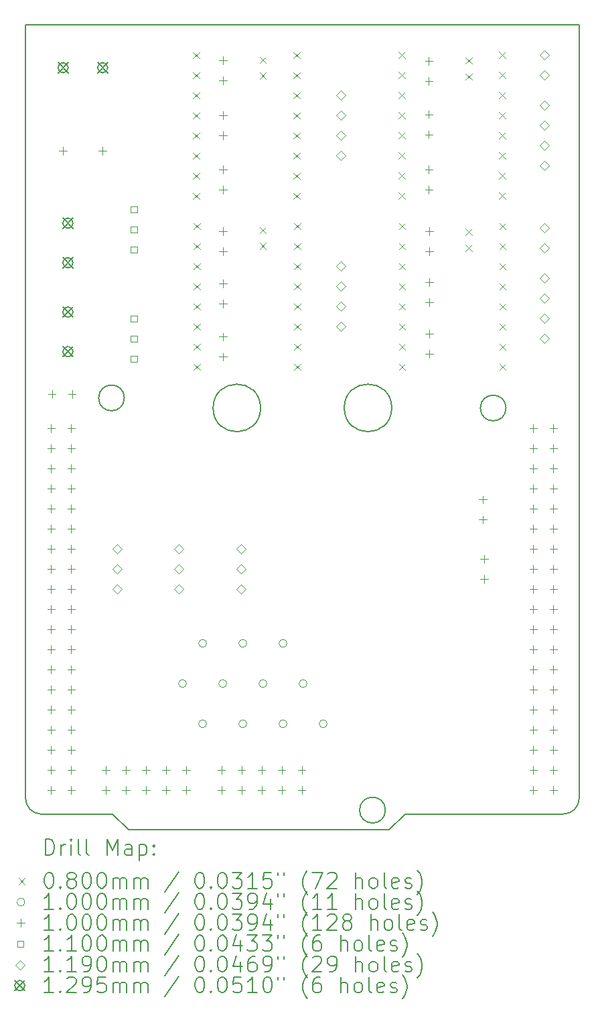
<source format=gbr>
%FSLAX45Y45*%
G04 Gerber Fmt 4.5, Leading zero omitted, Abs format (unit mm)*
G04 Created by KiCad (PCBNEW 6.0.5-a6ca702e91~116~ubuntu20.04.1) date 2022-07-23 16:55:00*
%MOMM*%
%LPD*%
G01*
G04 APERTURE LIST*
%TA.AperFunction,Profile*%
%ADD10C,0.150000*%
%TD*%
%ADD11C,0.200000*%
%ADD12C,0.080000*%
%ADD13C,0.100000*%
%ADD14C,0.110000*%
%ADD15C,0.119000*%
%ADD16C,0.129540*%
G04 APERTURE END LIST*
D10*
X20000000Y-2032000D02*
X13000000Y-2032000D01*
X15972000Y-6869000D02*
G75*
G03*
X15972000Y-6869000I-300000J0D01*
G01*
X14300000Y-12200000D02*
X17600000Y-12200000D01*
X19800000Y-12000000D02*
G75*
G03*
X20000000Y-11800000I0J200000D01*
G01*
X17600000Y-12200000D02*
X17800000Y-12000000D01*
X20000000Y-11800000D02*
X20000000Y-2032000D01*
X19075000Y-6870000D02*
G75*
G03*
X19075000Y-6870000I-162000J0D01*
G01*
X13000000Y-11800000D02*
X13000000Y-2032000D01*
X14249000Y-6742000D02*
G75*
G03*
X14249000Y-6742000I-162000J0D01*
G01*
X14100000Y-12000000D02*
X14300000Y-12200000D01*
X13200000Y-12000000D02*
X14100000Y-12000000D01*
X13000000Y-11800000D02*
G75*
G03*
X13200000Y-12000000I200000J0D01*
G01*
X17800000Y-12000000D02*
X19800000Y-12000000D01*
X17630000Y-6868000D02*
G75*
G03*
X17630000Y-6868000I-300000J0D01*
G01*
X17550000Y-11950000D02*
G75*
G03*
X17550000Y-11950000I-163000J0D01*
G01*
D11*
D12*
X15119000Y-2372300D02*
X15199000Y-2452300D01*
X15199000Y-2372300D02*
X15119000Y-2452300D01*
X15119000Y-2626300D02*
X15199000Y-2706300D01*
X15199000Y-2626300D02*
X15119000Y-2706300D01*
X15119000Y-2880300D02*
X15199000Y-2960300D01*
X15199000Y-2880300D02*
X15119000Y-2960300D01*
X15119000Y-3134300D02*
X15199000Y-3214300D01*
X15199000Y-3134300D02*
X15119000Y-3214300D01*
X15119000Y-3388300D02*
X15199000Y-3468300D01*
X15199000Y-3388300D02*
X15119000Y-3468300D01*
X15119000Y-3642300D02*
X15199000Y-3722300D01*
X15199000Y-3642300D02*
X15119000Y-3722300D01*
X15119000Y-3896300D02*
X15199000Y-3976300D01*
X15199000Y-3896300D02*
X15119000Y-3976300D01*
X15119000Y-4150300D02*
X15199000Y-4230300D01*
X15199000Y-4150300D02*
X15119000Y-4230300D01*
X15127100Y-4532000D02*
X15207100Y-4612000D01*
X15207100Y-4532000D02*
X15127100Y-4612000D01*
X15127100Y-4786000D02*
X15207100Y-4866000D01*
X15207100Y-4786000D02*
X15127100Y-4866000D01*
X15127100Y-5040000D02*
X15207100Y-5120000D01*
X15207100Y-5040000D02*
X15127100Y-5120000D01*
X15127100Y-5294000D02*
X15207100Y-5374000D01*
X15207100Y-5294000D02*
X15127100Y-5374000D01*
X15127100Y-5548000D02*
X15207100Y-5628000D01*
X15207100Y-5548000D02*
X15127100Y-5628000D01*
X15127100Y-5802000D02*
X15207100Y-5882000D01*
X15207100Y-5802000D02*
X15127100Y-5882000D01*
X15127100Y-6056000D02*
X15207100Y-6136000D01*
X15207100Y-6056000D02*
X15127100Y-6136000D01*
X15127100Y-6310000D02*
X15207100Y-6390000D01*
X15207100Y-6310000D02*
X15127100Y-6390000D01*
X15959400Y-2432700D02*
X16039400Y-2512700D01*
X16039400Y-2432700D02*
X15959400Y-2512700D01*
X15959400Y-2632700D02*
X16039400Y-2712700D01*
X16039400Y-2632700D02*
X15959400Y-2712700D01*
X15959400Y-4582700D02*
X16039400Y-4662700D01*
X16039400Y-4582700D02*
X15959400Y-4662700D01*
X15959400Y-4782700D02*
X16039400Y-4862700D01*
X16039400Y-4782700D02*
X15959400Y-4862700D01*
X16389000Y-2372300D02*
X16469000Y-2452300D01*
X16469000Y-2372300D02*
X16389000Y-2452300D01*
X16389000Y-2626300D02*
X16469000Y-2706300D01*
X16469000Y-2626300D02*
X16389000Y-2706300D01*
X16389000Y-2880300D02*
X16469000Y-2960300D01*
X16469000Y-2880300D02*
X16389000Y-2960300D01*
X16389000Y-3134300D02*
X16469000Y-3214300D01*
X16469000Y-3134300D02*
X16389000Y-3214300D01*
X16389000Y-3388300D02*
X16469000Y-3468300D01*
X16469000Y-3388300D02*
X16389000Y-3468300D01*
X16389000Y-3642300D02*
X16469000Y-3722300D01*
X16469000Y-3642300D02*
X16389000Y-3722300D01*
X16389000Y-3896300D02*
X16469000Y-3976300D01*
X16469000Y-3896300D02*
X16389000Y-3976300D01*
X16389000Y-4150300D02*
X16469000Y-4230300D01*
X16469000Y-4150300D02*
X16389000Y-4230300D01*
X16397100Y-4532000D02*
X16477100Y-4612000D01*
X16477100Y-4532000D02*
X16397100Y-4612000D01*
X16397100Y-4786000D02*
X16477100Y-4866000D01*
X16477100Y-4786000D02*
X16397100Y-4866000D01*
X16397100Y-5040000D02*
X16477100Y-5120000D01*
X16477100Y-5040000D02*
X16397100Y-5120000D01*
X16397100Y-5294000D02*
X16477100Y-5374000D01*
X16477100Y-5294000D02*
X16397100Y-5374000D01*
X16397100Y-5548000D02*
X16477100Y-5628000D01*
X16477100Y-5548000D02*
X16397100Y-5628000D01*
X16397100Y-5802000D02*
X16477100Y-5882000D01*
X16477100Y-5802000D02*
X16397100Y-5882000D01*
X16397100Y-6056000D02*
X16477100Y-6136000D01*
X16477100Y-6056000D02*
X16397100Y-6136000D01*
X16397100Y-6310000D02*
X16477100Y-6390000D01*
X16477100Y-6310000D02*
X16397100Y-6390000D01*
X17719420Y-2368720D02*
X17799420Y-2448720D01*
X17799420Y-2368720D02*
X17719420Y-2448720D01*
X17719420Y-2622720D02*
X17799420Y-2702720D01*
X17799420Y-2622720D02*
X17719420Y-2702720D01*
X17719420Y-2876720D02*
X17799420Y-2956720D01*
X17799420Y-2876720D02*
X17719420Y-2956720D01*
X17719420Y-3130720D02*
X17799420Y-3210720D01*
X17799420Y-3130720D02*
X17719420Y-3210720D01*
X17719420Y-3384720D02*
X17799420Y-3464720D01*
X17799420Y-3384720D02*
X17719420Y-3464720D01*
X17719420Y-3638720D02*
X17799420Y-3718720D01*
X17799420Y-3638720D02*
X17719420Y-3718720D01*
X17719420Y-3892720D02*
X17799420Y-3972720D01*
X17799420Y-3892720D02*
X17719420Y-3972720D01*
X17719420Y-4146720D02*
X17799420Y-4226720D01*
X17799420Y-4146720D02*
X17719420Y-4226720D01*
X17720420Y-4531300D02*
X17800420Y-4611300D01*
X17800420Y-4531300D02*
X17720420Y-4611300D01*
X17720420Y-4785300D02*
X17800420Y-4865300D01*
X17800420Y-4785300D02*
X17720420Y-4865300D01*
X17720420Y-5039300D02*
X17800420Y-5119300D01*
X17800420Y-5039300D02*
X17720420Y-5119300D01*
X17720420Y-5293300D02*
X17800420Y-5373300D01*
X17800420Y-5293300D02*
X17720420Y-5373300D01*
X17720420Y-5547300D02*
X17800420Y-5627300D01*
X17800420Y-5547300D02*
X17720420Y-5627300D01*
X17720420Y-5801300D02*
X17800420Y-5881300D01*
X17800420Y-5801300D02*
X17720420Y-5881300D01*
X17720420Y-6055300D02*
X17800420Y-6135300D01*
X17800420Y-6055300D02*
X17720420Y-6135300D01*
X17720420Y-6309300D02*
X17800420Y-6389300D01*
X17800420Y-6309300D02*
X17720420Y-6389300D01*
X18563620Y-2443720D02*
X18643620Y-2523720D01*
X18643620Y-2443720D02*
X18563620Y-2523720D01*
X18563620Y-2643720D02*
X18643620Y-2723720D01*
X18643620Y-2643720D02*
X18563620Y-2723720D01*
X18565620Y-4606089D02*
X18645620Y-4686089D01*
X18645620Y-4606089D02*
X18565620Y-4686089D01*
X18565620Y-4806089D02*
X18645620Y-4886089D01*
X18645620Y-4806089D02*
X18565620Y-4886089D01*
X18989420Y-2368720D02*
X19069420Y-2448720D01*
X19069420Y-2368720D02*
X18989420Y-2448720D01*
X18989420Y-2622720D02*
X19069420Y-2702720D01*
X19069420Y-2622720D02*
X18989420Y-2702720D01*
X18989420Y-2876720D02*
X19069420Y-2956720D01*
X19069420Y-2876720D02*
X18989420Y-2956720D01*
X18989420Y-3130720D02*
X19069420Y-3210720D01*
X19069420Y-3130720D02*
X18989420Y-3210720D01*
X18989420Y-3384720D02*
X19069420Y-3464720D01*
X19069420Y-3384720D02*
X18989420Y-3464720D01*
X18989420Y-3638720D02*
X19069420Y-3718720D01*
X19069420Y-3638720D02*
X18989420Y-3718720D01*
X18989420Y-3892720D02*
X19069420Y-3972720D01*
X19069420Y-3892720D02*
X18989420Y-3972720D01*
X18989420Y-4146720D02*
X19069420Y-4226720D01*
X19069420Y-4146720D02*
X18989420Y-4226720D01*
X18990420Y-4531300D02*
X19070420Y-4611300D01*
X19070420Y-4531300D02*
X18990420Y-4611300D01*
X18990420Y-4785300D02*
X19070420Y-4865300D01*
X19070420Y-4785300D02*
X18990420Y-4865300D01*
X18990420Y-5039300D02*
X19070420Y-5119300D01*
X19070420Y-5039300D02*
X18990420Y-5119300D01*
X18990420Y-5293300D02*
X19070420Y-5373300D01*
X19070420Y-5293300D02*
X18990420Y-5373300D01*
X18990420Y-5547300D02*
X19070420Y-5627300D01*
X19070420Y-5547300D02*
X18990420Y-5627300D01*
X18990420Y-5801300D02*
X19070420Y-5881300D01*
X19070420Y-5801300D02*
X18990420Y-5881300D01*
X18990420Y-6055300D02*
X19070420Y-6135300D01*
X19070420Y-6055300D02*
X18990420Y-6135300D01*
X18990420Y-6309300D02*
X19070420Y-6389300D01*
X19070420Y-6309300D02*
X18990420Y-6389300D01*
D13*
X15036000Y-10350500D02*
G75*
G03*
X15036000Y-10350500I-50000J0D01*
G01*
X15290000Y-9842500D02*
G75*
G03*
X15290000Y-9842500I-50000J0D01*
G01*
X15290000Y-10858500D02*
G75*
G03*
X15290000Y-10858500I-50000J0D01*
G01*
X15544000Y-10350500D02*
G75*
G03*
X15544000Y-10350500I-50000J0D01*
G01*
X15798000Y-9842500D02*
G75*
G03*
X15798000Y-9842500I-50000J0D01*
G01*
X15798000Y-10858500D02*
G75*
G03*
X15798000Y-10858500I-50000J0D01*
G01*
X16052000Y-10350500D02*
G75*
G03*
X16052000Y-10350500I-50000J0D01*
G01*
X16306000Y-9842500D02*
G75*
G03*
X16306000Y-9842500I-50000J0D01*
G01*
X16306000Y-10858500D02*
G75*
G03*
X16306000Y-10858500I-50000J0D01*
G01*
X16560000Y-10350500D02*
G75*
G03*
X16560000Y-10350500I-50000J0D01*
G01*
X16814000Y-10858500D02*
G75*
G03*
X16814000Y-10858500I-50000J0D01*
G01*
X13325000Y-7074000D02*
X13325000Y-7174000D01*
X13275000Y-7124000D02*
X13375000Y-7124000D01*
X13325000Y-7328000D02*
X13325000Y-7428000D01*
X13275000Y-7378000D02*
X13375000Y-7378000D01*
X13325000Y-7582000D02*
X13325000Y-7682000D01*
X13275000Y-7632000D02*
X13375000Y-7632000D01*
X13325000Y-7836000D02*
X13325000Y-7936000D01*
X13275000Y-7886000D02*
X13375000Y-7886000D01*
X13325000Y-8090000D02*
X13325000Y-8190000D01*
X13275000Y-8140000D02*
X13375000Y-8140000D01*
X13325000Y-8344000D02*
X13325000Y-8444000D01*
X13275000Y-8394000D02*
X13375000Y-8394000D01*
X13325000Y-8598000D02*
X13325000Y-8698000D01*
X13275000Y-8648000D02*
X13375000Y-8648000D01*
X13325000Y-8852000D02*
X13325000Y-8952000D01*
X13275000Y-8902000D02*
X13375000Y-8902000D01*
X13325000Y-9106000D02*
X13325000Y-9206000D01*
X13275000Y-9156000D02*
X13375000Y-9156000D01*
X13325000Y-9360000D02*
X13325000Y-9460000D01*
X13275000Y-9410000D02*
X13375000Y-9410000D01*
X13325000Y-9614000D02*
X13325000Y-9714000D01*
X13275000Y-9664000D02*
X13375000Y-9664000D01*
X13325000Y-9868000D02*
X13325000Y-9968000D01*
X13275000Y-9918000D02*
X13375000Y-9918000D01*
X13325000Y-10122000D02*
X13325000Y-10222000D01*
X13275000Y-10172000D02*
X13375000Y-10172000D01*
X13325000Y-10376000D02*
X13325000Y-10476000D01*
X13275000Y-10426000D02*
X13375000Y-10426000D01*
X13325000Y-10630000D02*
X13325000Y-10730000D01*
X13275000Y-10680000D02*
X13375000Y-10680000D01*
X13325000Y-10884000D02*
X13325000Y-10984000D01*
X13275000Y-10934000D02*
X13375000Y-10934000D01*
X13325000Y-11138000D02*
X13325000Y-11238000D01*
X13275000Y-11188000D02*
X13375000Y-11188000D01*
X13325000Y-11392000D02*
X13325000Y-11492000D01*
X13275000Y-11442000D02*
X13375000Y-11442000D01*
X13325000Y-11646000D02*
X13325000Y-11746000D01*
X13275000Y-11696000D02*
X13375000Y-11696000D01*
X13334500Y-6640360D02*
X13334500Y-6740360D01*
X13284500Y-6690360D02*
X13384500Y-6690360D01*
X13474432Y-3568000D02*
X13474432Y-3668000D01*
X13424432Y-3618000D02*
X13524432Y-3618000D01*
X13579000Y-7074000D02*
X13579000Y-7174000D01*
X13529000Y-7124000D02*
X13629000Y-7124000D01*
X13579000Y-7328000D02*
X13579000Y-7428000D01*
X13529000Y-7378000D02*
X13629000Y-7378000D01*
X13579000Y-7582000D02*
X13579000Y-7682000D01*
X13529000Y-7632000D02*
X13629000Y-7632000D01*
X13579000Y-7836000D02*
X13579000Y-7936000D01*
X13529000Y-7886000D02*
X13629000Y-7886000D01*
X13579000Y-8090000D02*
X13579000Y-8190000D01*
X13529000Y-8140000D02*
X13629000Y-8140000D01*
X13579000Y-8344000D02*
X13579000Y-8444000D01*
X13529000Y-8394000D02*
X13629000Y-8394000D01*
X13579000Y-8598000D02*
X13579000Y-8698000D01*
X13529000Y-8648000D02*
X13629000Y-8648000D01*
X13579000Y-8852000D02*
X13579000Y-8952000D01*
X13529000Y-8902000D02*
X13629000Y-8902000D01*
X13579000Y-9106000D02*
X13579000Y-9206000D01*
X13529000Y-9156000D02*
X13629000Y-9156000D01*
X13579000Y-9360000D02*
X13579000Y-9460000D01*
X13529000Y-9410000D02*
X13629000Y-9410000D01*
X13579000Y-9614000D02*
X13579000Y-9714000D01*
X13529000Y-9664000D02*
X13629000Y-9664000D01*
X13579000Y-9868000D02*
X13579000Y-9968000D01*
X13529000Y-9918000D02*
X13629000Y-9918000D01*
X13579000Y-10122000D02*
X13579000Y-10222000D01*
X13529000Y-10172000D02*
X13629000Y-10172000D01*
X13579000Y-10376000D02*
X13579000Y-10476000D01*
X13529000Y-10426000D02*
X13629000Y-10426000D01*
X13579000Y-10630000D02*
X13579000Y-10730000D01*
X13529000Y-10680000D02*
X13629000Y-10680000D01*
X13579000Y-10884000D02*
X13579000Y-10984000D01*
X13529000Y-10934000D02*
X13629000Y-10934000D01*
X13579000Y-11138000D02*
X13579000Y-11238000D01*
X13529000Y-11188000D02*
X13629000Y-11188000D01*
X13579000Y-11392000D02*
X13579000Y-11492000D01*
X13529000Y-11442000D02*
X13629000Y-11442000D01*
X13579000Y-11646000D02*
X13579000Y-11746000D01*
X13529000Y-11696000D02*
X13629000Y-11696000D01*
X13588500Y-6640360D02*
X13588500Y-6740360D01*
X13538500Y-6690360D02*
X13638500Y-6690360D01*
X13974432Y-3568000D02*
X13974432Y-3668000D01*
X13924432Y-3618000D02*
X14024432Y-3618000D01*
X14016000Y-11390000D02*
X14016000Y-11490000D01*
X13966000Y-11440000D02*
X14066000Y-11440000D01*
X14016000Y-11644000D02*
X14016000Y-11744000D01*
X13966000Y-11694000D02*
X14066000Y-11694000D01*
X14270000Y-11390000D02*
X14270000Y-11490000D01*
X14220000Y-11440000D02*
X14320000Y-11440000D01*
X14270000Y-11644000D02*
X14270000Y-11744000D01*
X14220000Y-11694000D02*
X14320000Y-11694000D01*
X14524000Y-11390000D02*
X14524000Y-11490000D01*
X14474000Y-11440000D02*
X14574000Y-11440000D01*
X14524000Y-11644000D02*
X14524000Y-11744000D01*
X14474000Y-11694000D02*
X14574000Y-11694000D01*
X14778000Y-11390000D02*
X14778000Y-11490000D01*
X14728000Y-11440000D02*
X14828000Y-11440000D01*
X14778000Y-11644000D02*
X14778000Y-11744000D01*
X14728000Y-11694000D02*
X14828000Y-11694000D01*
X15032000Y-11390000D02*
X15032000Y-11490000D01*
X14982000Y-11440000D02*
X15082000Y-11440000D01*
X15032000Y-11644000D02*
X15032000Y-11744000D01*
X14982000Y-11694000D02*
X15082000Y-11694000D01*
X15476500Y-11390000D02*
X15476500Y-11490000D01*
X15426500Y-11440000D02*
X15526500Y-11440000D01*
X15476500Y-11644000D02*
X15476500Y-11744000D01*
X15426500Y-11694000D02*
X15526500Y-11694000D01*
X15497300Y-2426300D02*
X15497300Y-2526300D01*
X15447300Y-2476300D02*
X15547300Y-2476300D01*
X15497300Y-2680300D02*
X15497300Y-2780300D01*
X15447300Y-2730300D02*
X15547300Y-2730300D01*
X15497300Y-3124800D02*
X15497300Y-3224800D01*
X15447300Y-3174800D02*
X15547300Y-3174800D01*
X15497300Y-3378800D02*
X15497300Y-3478800D01*
X15447300Y-3428800D02*
X15547300Y-3428800D01*
X15497300Y-3810600D02*
X15497300Y-3910600D01*
X15447300Y-3860600D02*
X15547300Y-3860600D01*
X15497300Y-4064600D02*
X15497300Y-4164600D01*
X15447300Y-4114600D02*
X15547300Y-4114600D01*
X15497300Y-4585500D02*
X15497300Y-4685500D01*
X15447300Y-4635500D02*
X15547300Y-4635500D01*
X15497300Y-4839500D02*
X15497300Y-4939500D01*
X15447300Y-4889500D02*
X15547300Y-4889500D01*
X15497300Y-5245900D02*
X15497300Y-5345900D01*
X15447300Y-5295900D02*
X15547300Y-5295900D01*
X15497300Y-5499900D02*
X15497300Y-5599900D01*
X15447300Y-5549900D02*
X15547300Y-5549900D01*
X15497300Y-5919500D02*
X15497300Y-6019500D01*
X15447300Y-5969500D02*
X15547300Y-5969500D01*
X15497300Y-6173500D02*
X15497300Y-6273500D01*
X15447300Y-6223500D02*
X15547300Y-6223500D01*
X15730500Y-11390000D02*
X15730500Y-11490000D01*
X15680500Y-11440000D02*
X15780500Y-11440000D01*
X15730500Y-11644000D02*
X15730500Y-11744000D01*
X15680500Y-11694000D02*
X15780500Y-11694000D01*
X15984500Y-11390000D02*
X15984500Y-11490000D01*
X15934500Y-11440000D02*
X16034500Y-11440000D01*
X15984500Y-11644000D02*
X15984500Y-11744000D01*
X15934500Y-11694000D02*
X16034500Y-11694000D01*
X16238500Y-11390000D02*
X16238500Y-11490000D01*
X16188500Y-11440000D02*
X16288500Y-11440000D01*
X16238500Y-11644000D02*
X16238500Y-11744000D01*
X16188500Y-11694000D02*
X16288500Y-11694000D01*
X16492500Y-11390000D02*
X16492500Y-11490000D01*
X16442500Y-11440000D02*
X16542500Y-11440000D01*
X16492500Y-11644000D02*
X16492500Y-11744000D01*
X16442500Y-11694000D02*
X16542500Y-11694000D01*
X18100320Y-2435620D02*
X18100320Y-2535620D01*
X18050320Y-2485620D02*
X18150320Y-2485620D01*
X18100320Y-2689620D02*
X18100320Y-2789620D01*
X18050320Y-2739620D02*
X18150320Y-2739620D01*
X18100320Y-3109220D02*
X18100320Y-3209220D01*
X18050320Y-3159220D02*
X18150320Y-3159220D01*
X18100320Y-3363220D02*
X18100320Y-3463220D01*
X18050320Y-3413220D02*
X18150320Y-3413220D01*
X18100320Y-3807720D02*
X18100320Y-3907720D01*
X18050320Y-3857720D02*
X18150320Y-3857720D01*
X18100320Y-4061720D02*
X18100320Y-4161720D01*
X18050320Y-4111720D02*
X18150320Y-4111720D01*
X18102320Y-4585300D02*
X18102320Y-4685300D01*
X18052320Y-4635300D02*
X18152320Y-4635300D01*
X18102320Y-4839300D02*
X18102320Y-4939300D01*
X18052320Y-4889300D02*
X18152320Y-4889300D01*
X18102320Y-5233000D02*
X18102320Y-5333000D01*
X18052320Y-5283000D02*
X18152320Y-5283000D01*
X18102320Y-5487000D02*
X18102320Y-5587000D01*
X18052320Y-5537000D02*
X18152320Y-5537000D01*
X18102320Y-5880700D02*
X18102320Y-5980700D01*
X18052320Y-5930700D02*
X18152320Y-5930700D01*
X18102320Y-6134700D02*
X18102320Y-6234700D01*
X18052320Y-6184700D02*
X18152320Y-6184700D01*
X18783300Y-7976900D02*
X18783300Y-8076900D01*
X18733300Y-8026900D02*
X18833300Y-8026900D01*
X18783300Y-8230900D02*
X18783300Y-8330900D01*
X18733300Y-8280900D02*
X18833300Y-8280900D01*
X18796000Y-8725700D02*
X18796000Y-8825700D01*
X18746000Y-8775700D02*
X18846000Y-8775700D01*
X18796000Y-8979700D02*
X18796000Y-9079700D01*
X18746000Y-9029700D02*
X18846000Y-9029700D01*
X19421000Y-7074000D02*
X19421000Y-7174000D01*
X19371000Y-7124000D02*
X19471000Y-7124000D01*
X19421000Y-7328000D02*
X19421000Y-7428000D01*
X19371000Y-7378000D02*
X19471000Y-7378000D01*
X19421000Y-7582000D02*
X19421000Y-7682000D01*
X19371000Y-7632000D02*
X19471000Y-7632000D01*
X19421000Y-7836000D02*
X19421000Y-7936000D01*
X19371000Y-7886000D02*
X19471000Y-7886000D01*
X19421000Y-8090000D02*
X19421000Y-8190000D01*
X19371000Y-8140000D02*
X19471000Y-8140000D01*
X19421000Y-8344000D02*
X19421000Y-8444000D01*
X19371000Y-8394000D02*
X19471000Y-8394000D01*
X19421000Y-8598000D02*
X19421000Y-8698000D01*
X19371000Y-8648000D02*
X19471000Y-8648000D01*
X19421000Y-8852000D02*
X19421000Y-8952000D01*
X19371000Y-8902000D02*
X19471000Y-8902000D01*
X19421000Y-9106000D02*
X19421000Y-9206000D01*
X19371000Y-9156000D02*
X19471000Y-9156000D01*
X19421000Y-9360000D02*
X19421000Y-9460000D01*
X19371000Y-9410000D02*
X19471000Y-9410000D01*
X19421000Y-9614000D02*
X19421000Y-9714000D01*
X19371000Y-9664000D02*
X19471000Y-9664000D01*
X19421000Y-9868000D02*
X19421000Y-9968000D01*
X19371000Y-9918000D02*
X19471000Y-9918000D01*
X19421000Y-10122000D02*
X19421000Y-10222000D01*
X19371000Y-10172000D02*
X19471000Y-10172000D01*
X19421000Y-10376000D02*
X19421000Y-10476000D01*
X19371000Y-10426000D02*
X19471000Y-10426000D01*
X19421000Y-10630000D02*
X19421000Y-10730000D01*
X19371000Y-10680000D02*
X19471000Y-10680000D01*
X19421000Y-10884000D02*
X19421000Y-10984000D01*
X19371000Y-10934000D02*
X19471000Y-10934000D01*
X19421000Y-11138000D02*
X19421000Y-11238000D01*
X19371000Y-11188000D02*
X19471000Y-11188000D01*
X19421000Y-11392000D02*
X19421000Y-11492000D01*
X19371000Y-11442000D02*
X19471000Y-11442000D01*
X19421000Y-11646000D02*
X19421000Y-11746000D01*
X19371000Y-11696000D02*
X19471000Y-11696000D01*
X19675000Y-7074000D02*
X19675000Y-7174000D01*
X19625000Y-7124000D02*
X19725000Y-7124000D01*
X19675000Y-7328000D02*
X19675000Y-7428000D01*
X19625000Y-7378000D02*
X19725000Y-7378000D01*
X19675000Y-7582000D02*
X19675000Y-7682000D01*
X19625000Y-7632000D02*
X19725000Y-7632000D01*
X19675000Y-7836000D02*
X19675000Y-7936000D01*
X19625000Y-7886000D02*
X19725000Y-7886000D01*
X19675000Y-8090000D02*
X19675000Y-8190000D01*
X19625000Y-8140000D02*
X19725000Y-8140000D01*
X19675000Y-8344000D02*
X19675000Y-8444000D01*
X19625000Y-8394000D02*
X19725000Y-8394000D01*
X19675000Y-8598000D02*
X19675000Y-8698000D01*
X19625000Y-8648000D02*
X19725000Y-8648000D01*
X19675000Y-8852000D02*
X19675000Y-8952000D01*
X19625000Y-8902000D02*
X19725000Y-8902000D01*
X19675000Y-9106000D02*
X19675000Y-9206000D01*
X19625000Y-9156000D02*
X19725000Y-9156000D01*
X19675000Y-9360000D02*
X19675000Y-9460000D01*
X19625000Y-9410000D02*
X19725000Y-9410000D01*
X19675000Y-9614000D02*
X19675000Y-9714000D01*
X19625000Y-9664000D02*
X19725000Y-9664000D01*
X19675000Y-9868000D02*
X19675000Y-9968000D01*
X19625000Y-9918000D02*
X19725000Y-9918000D01*
X19675000Y-10122000D02*
X19675000Y-10222000D01*
X19625000Y-10172000D02*
X19725000Y-10172000D01*
X19675000Y-10376000D02*
X19675000Y-10476000D01*
X19625000Y-10426000D02*
X19725000Y-10426000D01*
X19675000Y-10630000D02*
X19675000Y-10730000D01*
X19625000Y-10680000D02*
X19725000Y-10680000D01*
X19675000Y-10884000D02*
X19675000Y-10984000D01*
X19625000Y-10934000D02*
X19725000Y-10934000D01*
X19675000Y-11138000D02*
X19675000Y-11238000D01*
X19625000Y-11188000D02*
X19725000Y-11188000D01*
X19675000Y-11392000D02*
X19675000Y-11492000D01*
X19625000Y-11442000D02*
X19725000Y-11442000D01*
X19675000Y-11646000D02*
X19675000Y-11746000D01*
X19625000Y-11696000D02*
X19725000Y-11696000D01*
D14*
X14410491Y-4400891D02*
X14410491Y-4323109D01*
X14332709Y-4323109D01*
X14332709Y-4400891D01*
X14410491Y-4400891D01*
X14410491Y-4654891D02*
X14410491Y-4577109D01*
X14332709Y-4577109D01*
X14332709Y-4654891D01*
X14410491Y-4654891D01*
X14410491Y-4908891D02*
X14410491Y-4831109D01*
X14332709Y-4831109D01*
X14332709Y-4908891D01*
X14410491Y-4908891D01*
X14410491Y-5779291D02*
X14410491Y-5701509D01*
X14332709Y-5701509D01*
X14332709Y-5779291D01*
X14410491Y-5779291D01*
X14410491Y-6033291D02*
X14410491Y-5955509D01*
X14332709Y-5955509D01*
X14332709Y-6033291D01*
X14410491Y-6033291D01*
X14410491Y-6287291D02*
X14410491Y-6209509D01*
X14332709Y-6209509D01*
X14332709Y-6287291D01*
X14410491Y-6287291D01*
D15*
X14162500Y-8707500D02*
X14222000Y-8648000D01*
X14162500Y-8588500D01*
X14103000Y-8648000D01*
X14162500Y-8707500D01*
X14162500Y-8961500D02*
X14222000Y-8902000D01*
X14162500Y-8842500D01*
X14103000Y-8902000D01*
X14162500Y-8961500D01*
X14162500Y-9215500D02*
X14222000Y-9156000D01*
X14162500Y-9096500D01*
X14103000Y-9156000D01*
X14162500Y-9215500D01*
X14936200Y-8707500D02*
X14995700Y-8648000D01*
X14936200Y-8588500D01*
X14876700Y-8648000D01*
X14936200Y-8707500D01*
X14936200Y-8961500D02*
X14995700Y-8902000D01*
X14936200Y-8842500D01*
X14876700Y-8902000D01*
X14936200Y-8961500D01*
X14936200Y-9215500D02*
X14995700Y-9156000D01*
X14936200Y-9096500D01*
X14876700Y-9156000D01*
X14936200Y-9215500D01*
X15722600Y-8707500D02*
X15782100Y-8648000D01*
X15722600Y-8588500D01*
X15663100Y-8648000D01*
X15722600Y-8707500D01*
X15722600Y-8961500D02*
X15782100Y-8902000D01*
X15722600Y-8842500D01*
X15663100Y-8902000D01*
X15722600Y-8961500D01*
X15722600Y-9215500D02*
X15782100Y-9156000D01*
X15722600Y-9096500D01*
X15663100Y-9156000D01*
X15722600Y-9215500D01*
X16990800Y-2976920D02*
X17050300Y-2917420D01*
X16990800Y-2857920D01*
X16931300Y-2917420D01*
X16990800Y-2976920D01*
X16990800Y-3230920D02*
X17050300Y-3171420D01*
X16990800Y-3111920D01*
X16931300Y-3171420D01*
X16990800Y-3230920D01*
X16990800Y-3484920D02*
X17050300Y-3425420D01*
X16990800Y-3365920D01*
X16931300Y-3425420D01*
X16990800Y-3484920D01*
X16990800Y-3738920D02*
X17050300Y-3679420D01*
X16990800Y-3619920D01*
X16931300Y-3679420D01*
X16990800Y-3738920D01*
X16990800Y-5138800D02*
X17050300Y-5079300D01*
X16990800Y-5019800D01*
X16931300Y-5079300D01*
X16990800Y-5138800D01*
X16990800Y-5392800D02*
X17050300Y-5333300D01*
X16990800Y-5273800D01*
X16931300Y-5333300D01*
X16990800Y-5392800D01*
X16990800Y-5646800D02*
X17050300Y-5587300D01*
X16990800Y-5527800D01*
X16931300Y-5587300D01*
X16990800Y-5646800D01*
X16990800Y-5900800D02*
X17050300Y-5841300D01*
X16990800Y-5781800D01*
X16931300Y-5841300D01*
X16990800Y-5900800D01*
X19558000Y-2472500D02*
X19617500Y-2413000D01*
X19558000Y-2353500D01*
X19498500Y-2413000D01*
X19558000Y-2472500D01*
X19558000Y-2726500D02*
X19617500Y-2667000D01*
X19558000Y-2607500D01*
X19498500Y-2667000D01*
X19558000Y-2726500D01*
X19558000Y-3107500D02*
X19617500Y-3048000D01*
X19558000Y-2988500D01*
X19498500Y-3048000D01*
X19558000Y-3107500D01*
X19558000Y-3361500D02*
X19617500Y-3302000D01*
X19558000Y-3242500D01*
X19498500Y-3302000D01*
X19558000Y-3361500D01*
X19558000Y-3615500D02*
X19617500Y-3556000D01*
X19558000Y-3496500D01*
X19498500Y-3556000D01*
X19558000Y-3615500D01*
X19558000Y-3869500D02*
X19617500Y-3810000D01*
X19558000Y-3750500D01*
X19498500Y-3810000D01*
X19558000Y-3869500D01*
X19558000Y-4656900D02*
X19617500Y-4597400D01*
X19558000Y-4537900D01*
X19498500Y-4597400D01*
X19558000Y-4656900D01*
X19558000Y-4910900D02*
X19617500Y-4851400D01*
X19558000Y-4791900D01*
X19498500Y-4851400D01*
X19558000Y-4910900D01*
X19560000Y-5291900D02*
X19619500Y-5232400D01*
X19560000Y-5172900D01*
X19500500Y-5232400D01*
X19560000Y-5291900D01*
X19560000Y-5545900D02*
X19619500Y-5486400D01*
X19560000Y-5426900D01*
X19500500Y-5486400D01*
X19560000Y-5545900D01*
X19560000Y-5799900D02*
X19619500Y-5740400D01*
X19560000Y-5680900D01*
X19500500Y-5740400D01*
X19560000Y-5799900D01*
X19560000Y-6053900D02*
X19619500Y-5994400D01*
X19560000Y-5934900D01*
X19500500Y-5994400D01*
X19560000Y-6053900D01*
D16*
X13410880Y-2505500D02*
X13540420Y-2635040D01*
X13540420Y-2505500D02*
X13410880Y-2635040D01*
X13540420Y-2570270D02*
G75*
G03*
X13540420Y-2570270I-64770J0D01*
G01*
X13471400Y-4469880D02*
X13600940Y-4599420D01*
X13600940Y-4469880D02*
X13471400Y-4599420D01*
X13600940Y-4534650D02*
G75*
G03*
X13600940Y-4534650I-64770J0D01*
G01*
X13471400Y-4969880D02*
X13600940Y-5099420D01*
X13600940Y-4969880D02*
X13471400Y-5099420D01*
X13600940Y-5034650D02*
G75*
G03*
X13600940Y-5034650I-64770J0D01*
G01*
X13471400Y-5593230D02*
X13600940Y-5722770D01*
X13600940Y-5593230D02*
X13471400Y-5722770D01*
X13600940Y-5658000D02*
G75*
G03*
X13600940Y-5658000I-64770J0D01*
G01*
X13471400Y-6093230D02*
X13600940Y-6222770D01*
X13600940Y-6093230D02*
X13471400Y-6222770D01*
X13600940Y-6158000D02*
G75*
G03*
X13600940Y-6158000I-64770J0D01*
G01*
X13910880Y-2505500D02*
X14040420Y-2635040D01*
X14040420Y-2505500D02*
X13910880Y-2635040D01*
X14040420Y-2570270D02*
G75*
G03*
X14040420Y-2570270I-64770J0D01*
G01*
D11*
X13250119Y-12517976D02*
X13250119Y-12317976D01*
X13297738Y-12317976D01*
X13326309Y-12327500D01*
X13345357Y-12346548D01*
X13354881Y-12365595D01*
X13364405Y-12403690D01*
X13364405Y-12432262D01*
X13354881Y-12470357D01*
X13345357Y-12489405D01*
X13326309Y-12508452D01*
X13297738Y-12517976D01*
X13250119Y-12517976D01*
X13450119Y-12517976D02*
X13450119Y-12384643D01*
X13450119Y-12422738D02*
X13459643Y-12403690D01*
X13469167Y-12394167D01*
X13488214Y-12384643D01*
X13507262Y-12384643D01*
X13573928Y-12517976D02*
X13573928Y-12384643D01*
X13573928Y-12317976D02*
X13564405Y-12327500D01*
X13573928Y-12337024D01*
X13583452Y-12327500D01*
X13573928Y-12317976D01*
X13573928Y-12337024D01*
X13697738Y-12517976D02*
X13678690Y-12508452D01*
X13669167Y-12489405D01*
X13669167Y-12317976D01*
X13802500Y-12517976D02*
X13783452Y-12508452D01*
X13773928Y-12489405D01*
X13773928Y-12317976D01*
X14031071Y-12517976D02*
X14031071Y-12317976D01*
X14097738Y-12460833D01*
X14164405Y-12317976D01*
X14164405Y-12517976D01*
X14345357Y-12517976D02*
X14345357Y-12413214D01*
X14335833Y-12394167D01*
X14316786Y-12384643D01*
X14278690Y-12384643D01*
X14259643Y-12394167D01*
X14345357Y-12508452D02*
X14326309Y-12517976D01*
X14278690Y-12517976D01*
X14259643Y-12508452D01*
X14250119Y-12489405D01*
X14250119Y-12470357D01*
X14259643Y-12451309D01*
X14278690Y-12441786D01*
X14326309Y-12441786D01*
X14345357Y-12432262D01*
X14440595Y-12384643D02*
X14440595Y-12584643D01*
X14440595Y-12394167D02*
X14459643Y-12384643D01*
X14497738Y-12384643D01*
X14516786Y-12394167D01*
X14526309Y-12403690D01*
X14535833Y-12422738D01*
X14535833Y-12479881D01*
X14526309Y-12498928D01*
X14516786Y-12508452D01*
X14497738Y-12517976D01*
X14459643Y-12517976D01*
X14440595Y-12508452D01*
X14621548Y-12498928D02*
X14631071Y-12508452D01*
X14621548Y-12517976D01*
X14612024Y-12508452D01*
X14621548Y-12498928D01*
X14621548Y-12517976D01*
X14621548Y-12394167D02*
X14631071Y-12403690D01*
X14621548Y-12413214D01*
X14612024Y-12403690D01*
X14621548Y-12394167D01*
X14621548Y-12413214D01*
D12*
X12912500Y-12807500D02*
X12992500Y-12887500D01*
X12992500Y-12807500D02*
X12912500Y-12887500D01*
D11*
X13288214Y-12737976D02*
X13307262Y-12737976D01*
X13326309Y-12747500D01*
X13335833Y-12757024D01*
X13345357Y-12776071D01*
X13354881Y-12814167D01*
X13354881Y-12861786D01*
X13345357Y-12899881D01*
X13335833Y-12918928D01*
X13326309Y-12928452D01*
X13307262Y-12937976D01*
X13288214Y-12937976D01*
X13269167Y-12928452D01*
X13259643Y-12918928D01*
X13250119Y-12899881D01*
X13240595Y-12861786D01*
X13240595Y-12814167D01*
X13250119Y-12776071D01*
X13259643Y-12757024D01*
X13269167Y-12747500D01*
X13288214Y-12737976D01*
X13440595Y-12918928D02*
X13450119Y-12928452D01*
X13440595Y-12937976D01*
X13431071Y-12928452D01*
X13440595Y-12918928D01*
X13440595Y-12937976D01*
X13564405Y-12823690D02*
X13545357Y-12814167D01*
X13535833Y-12804643D01*
X13526309Y-12785595D01*
X13526309Y-12776071D01*
X13535833Y-12757024D01*
X13545357Y-12747500D01*
X13564405Y-12737976D01*
X13602500Y-12737976D01*
X13621548Y-12747500D01*
X13631071Y-12757024D01*
X13640595Y-12776071D01*
X13640595Y-12785595D01*
X13631071Y-12804643D01*
X13621548Y-12814167D01*
X13602500Y-12823690D01*
X13564405Y-12823690D01*
X13545357Y-12833214D01*
X13535833Y-12842738D01*
X13526309Y-12861786D01*
X13526309Y-12899881D01*
X13535833Y-12918928D01*
X13545357Y-12928452D01*
X13564405Y-12937976D01*
X13602500Y-12937976D01*
X13621548Y-12928452D01*
X13631071Y-12918928D01*
X13640595Y-12899881D01*
X13640595Y-12861786D01*
X13631071Y-12842738D01*
X13621548Y-12833214D01*
X13602500Y-12823690D01*
X13764405Y-12737976D02*
X13783452Y-12737976D01*
X13802500Y-12747500D01*
X13812024Y-12757024D01*
X13821548Y-12776071D01*
X13831071Y-12814167D01*
X13831071Y-12861786D01*
X13821548Y-12899881D01*
X13812024Y-12918928D01*
X13802500Y-12928452D01*
X13783452Y-12937976D01*
X13764405Y-12937976D01*
X13745357Y-12928452D01*
X13735833Y-12918928D01*
X13726309Y-12899881D01*
X13716786Y-12861786D01*
X13716786Y-12814167D01*
X13726309Y-12776071D01*
X13735833Y-12757024D01*
X13745357Y-12747500D01*
X13764405Y-12737976D01*
X13954881Y-12737976D02*
X13973928Y-12737976D01*
X13992976Y-12747500D01*
X14002500Y-12757024D01*
X14012024Y-12776071D01*
X14021548Y-12814167D01*
X14021548Y-12861786D01*
X14012024Y-12899881D01*
X14002500Y-12918928D01*
X13992976Y-12928452D01*
X13973928Y-12937976D01*
X13954881Y-12937976D01*
X13935833Y-12928452D01*
X13926309Y-12918928D01*
X13916786Y-12899881D01*
X13907262Y-12861786D01*
X13907262Y-12814167D01*
X13916786Y-12776071D01*
X13926309Y-12757024D01*
X13935833Y-12747500D01*
X13954881Y-12737976D01*
X14107262Y-12937976D02*
X14107262Y-12804643D01*
X14107262Y-12823690D02*
X14116786Y-12814167D01*
X14135833Y-12804643D01*
X14164405Y-12804643D01*
X14183452Y-12814167D01*
X14192976Y-12833214D01*
X14192976Y-12937976D01*
X14192976Y-12833214D02*
X14202500Y-12814167D01*
X14221548Y-12804643D01*
X14250119Y-12804643D01*
X14269167Y-12814167D01*
X14278690Y-12833214D01*
X14278690Y-12937976D01*
X14373928Y-12937976D02*
X14373928Y-12804643D01*
X14373928Y-12823690D02*
X14383452Y-12814167D01*
X14402500Y-12804643D01*
X14431071Y-12804643D01*
X14450119Y-12814167D01*
X14459643Y-12833214D01*
X14459643Y-12937976D01*
X14459643Y-12833214D02*
X14469167Y-12814167D01*
X14488214Y-12804643D01*
X14516786Y-12804643D01*
X14535833Y-12814167D01*
X14545357Y-12833214D01*
X14545357Y-12937976D01*
X14935833Y-12728452D02*
X14764405Y-12985595D01*
X15192976Y-12737976D02*
X15212024Y-12737976D01*
X15231071Y-12747500D01*
X15240595Y-12757024D01*
X15250119Y-12776071D01*
X15259643Y-12814167D01*
X15259643Y-12861786D01*
X15250119Y-12899881D01*
X15240595Y-12918928D01*
X15231071Y-12928452D01*
X15212024Y-12937976D01*
X15192976Y-12937976D01*
X15173928Y-12928452D01*
X15164405Y-12918928D01*
X15154881Y-12899881D01*
X15145357Y-12861786D01*
X15145357Y-12814167D01*
X15154881Y-12776071D01*
X15164405Y-12757024D01*
X15173928Y-12747500D01*
X15192976Y-12737976D01*
X15345357Y-12918928D02*
X15354881Y-12928452D01*
X15345357Y-12937976D01*
X15335833Y-12928452D01*
X15345357Y-12918928D01*
X15345357Y-12937976D01*
X15478690Y-12737976D02*
X15497738Y-12737976D01*
X15516786Y-12747500D01*
X15526309Y-12757024D01*
X15535833Y-12776071D01*
X15545357Y-12814167D01*
X15545357Y-12861786D01*
X15535833Y-12899881D01*
X15526309Y-12918928D01*
X15516786Y-12928452D01*
X15497738Y-12937976D01*
X15478690Y-12937976D01*
X15459643Y-12928452D01*
X15450119Y-12918928D01*
X15440595Y-12899881D01*
X15431071Y-12861786D01*
X15431071Y-12814167D01*
X15440595Y-12776071D01*
X15450119Y-12757024D01*
X15459643Y-12747500D01*
X15478690Y-12737976D01*
X15612024Y-12737976D02*
X15735833Y-12737976D01*
X15669167Y-12814167D01*
X15697738Y-12814167D01*
X15716786Y-12823690D01*
X15726309Y-12833214D01*
X15735833Y-12852262D01*
X15735833Y-12899881D01*
X15726309Y-12918928D01*
X15716786Y-12928452D01*
X15697738Y-12937976D01*
X15640595Y-12937976D01*
X15621548Y-12928452D01*
X15612024Y-12918928D01*
X15926309Y-12937976D02*
X15812024Y-12937976D01*
X15869167Y-12937976D02*
X15869167Y-12737976D01*
X15850119Y-12766548D01*
X15831071Y-12785595D01*
X15812024Y-12795119D01*
X16107262Y-12737976D02*
X16012024Y-12737976D01*
X16002500Y-12833214D01*
X16012024Y-12823690D01*
X16031071Y-12814167D01*
X16078690Y-12814167D01*
X16097738Y-12823690D01*
X16107262Y-12833214D01*
X16116786Y-12852262D01*
X16116786Y-12899881D01*
X16107262Y-12918928D01*
X16097738Y-12928452D01*
X16078690Y-12937976D01*
X16031071Y-12937976D01*
X16012024Y-12928452D01*
X16002500Y-12918928D01*
X16192976Y-12737976D02*
X16192976Y-12776071D01*
X16269167Y-12737976D02*
X16269167Y-12776071D01*
X16564405Y-13014167D02*
X16554881Y-13004643D01*
X16535833Y-12976071D01*
X16526309Y-12957024D01*
X16516786Y-12928452D01*
X16507262Y-12880833D01*
X16507262Y-12842738D01*
X16516786Y-12795119D01*
X16526309Y-12766548D01*
X16535833Y-12747500D01*
X16554881Y-12718928D01*
X16564405Y-12709405D01*
X16621548Y-12737976D02*
X16754881Y-12737976D01*
X16669167Y-12937976D01*
X16821548Y-12757024D02*
X16831071Y-12747500D01*
X16850119Y-12737976D01*
X16897738Y-12737976D01*
X16916786Y-12747500D01*
X16926310Y-12757024D01*
X16935833Y-12776071D01*
X16935833Y-12795119D01*
X16926310Y-12823690D01*
X16812024Y-12937976D01*
X16935833Y-12937976D01*
X17173929Y-12937976D02*
X17173929Y-12737976D01*
X17259643Y-12937976D02*
X17259643Y-12833214D01*
X17250119Y-12814167D01*
X17231071Y-12804643D01*
X17202500Y-12804643D01*
X17183452Y-12814167D01*
X17173929Y-12823690D01*
X17383452Y-12937976D02*
X17364405Y-12928452D01*
X17354881Y-12918928D01*
X17345357Y-12899881D01*
X17345357Y-12842738D01*
X17354881Y-12823690D01*
X17364405Y-12814167D01*
X17383452Y-12804643D01*
X17412024Y-12804643D01*
X17431071Y-12814167D01*
X17440595Y-12823690D01*
X17450119Y-12842738D01*
X17450119Y-12899881D01*
X17440595Y-12918928D01*
X17431071Y-12928452D01*
X17412024Y-12937976D01*
X17383452Y-12937976D01*
X17564405Y-12937976D02*
X17545357Y-12928452D01*
X17535833Y-12909405D01*
X17535833Y-12737976D01*
X17716786Y-12928452D02*
X17697738Y-12937976D01*
X17659643Y-12937976D01*
X17640595Y-12928452D01*
X17631071Y-12909405D01*
X17631071Y-12833214D01*
X17640595Y-12814167D01*
X17659643Y-12804643D01*
X17697738Y-12804643D01*
X17716786Y-12814167D01*
X17726310Y-12833214D01*
X17726310Y-12852262D01*
X17631071Y-12871309D01*
X17802500Y-12928452D02*
X17821548Y-12937976D01*
X17859643Y-12937976D01*
X17878690Y-12928452D01*
X17888214Y-12909405D01*
X17888214Y-12899881D01*
X17878690Y-12880833D01*
X17859643Y-12871309D01*
X17831071Y-12871309D01*
X17812024Y-12861786D01*
X17802500Y-12842738D01*
X17802500Y-12833214D01*
X17812024Y-12814167D01*
X17831071Y-12804643D01*
X17859643Y-12804643D01*
X17878690Y-12814167D01*
X17954881Y-13014167D02*
X17964405Y-13004643D01*
X17983452Y-12976071D01*
X17992976Y-12957024D01*
X18002500Y-12928452D01*
X18012024Y-12880833D01*
X18012024Y-12842738D01*
X18002500Y-12795119D01*
X17992976Y-12766548D01*
X17983452Y-12747500D01*
X17964405Y-12718928D01*
X17954881Y-12709405D01*
D13*
X12992500Y-13111500D02*
G75*
G03*
X12992500Y-13111500I-50000J0D01*
G01*
D11*
X13354881Y-13201976D02*
X13240595Y-13201976D01*
X13297738Y-13201976D02*
X13297738Y-13001976D01*
X13278690Y-13030548D01*
X13259643Y-13049595D01*
X13240595Y-13059119D01*
X13440595Y-13182928D02*
X13450119Y-13192452D01*
X13440595Y-13201976D01*
X13431071Y-13192452D01*
X13440595Y-13182928D01*
X13440595Y-13201976D01*
X13573928Y-13001976D02*
X13592976Y-13001976D01*
X13612024Y-13011500D01*
X13621548Y-13021024D01*
X13631071Y-13040071D01*
X13640595Y-13078167D01*
X13640595Y-13125786D01*
X13631071Y-13163881D01*
X13621548Y-13182928D01*
X13612024Y-13192452D01*
X13592976Y-13201976D01*
X13573928Y-13201976D01*
X13554881Y-13192452D01*
X13545357Y-13182928D01*
X13535833Y-13163881D01*
X13526309Y-13125786D01*
X13526309Y-13078167D01*
X13535833Y-13040071D01*
X13545357Y-13021024D01*
X13554881Y-13011500D01*
X13573928Y-13001976D01*
X13764405Y-13001976D02*
X13783452Y-13001976D01*
X13802500Y-13011500D01*
X13812024Y-13021024D01*
X13821548Y-13040071D01*
X13831071Y-13078167D01*
X13831071Y-13125786D01*
X13821548Y-13163881D01*
X13812024Y-13182928D01*
X13802500Y-13192452D01*
X13783452Y-13201976D01*
X13764405Y-13201976D01*
X13745357Y-13192452D01*
X13735833Y-13182928D01*
X13726309Y-13163881D01*
X13716786Y-13125786D01*
X13716786Y-13078167D01*
X13726309Y-13040071D01*
X13735833Y-13021024D01*
X13745357Y-13011500D01*
X13764405Y-13001976D01*
X13954881Y-13001976D02*
X13973928Y-13001976D01*
X13992976Y-13011500D01*
X14002500Y-13021024D01*
X14012024Y-13040071D01*
X14021548Y-13078167D01*
X14021548Y-13125786D01*
X14012024Y-13163881D01*
X14002500Y-13182928D01*
X13992976Y-13192452D01*
X13973928Y-13201976D01*
X13954881Y-13201976D01*
X13935833Y-13192452D01*
X13926309Y-13182928D01*
X13916786Y-13163881D01*
X13907262Y-13125786D01*
X13907262Y-13078167D01*
X13916786Y-13040071D01*
X13926309Y-13021024D01*
X13935833Y-13011500D01*
X13954881Y-13001976D01*
X14107262Y-13201976D02*
X14107262Y-13068643D01*
X14107262Y-13087690D02*
X14116786Y-13078167D01*
X14135833Y-13068643D01*
X14164405Y-13068643D01*
X14183452Y-13078167D01*
X14192976Y-13097214D01*
X14192976Y-13201976D01*
X14192976Y-13097214D02*
X14202500Y-13078167D01*
X14221548Y-13068643D01*
X14250119Y-13068643D01*
X14269167Y-13078167D01*
X14278690Y-13097214D01*
X14278690Y-13201976D01*
X14373928Y-13201976D02*
X14373928Y-13068643D01*
X14373928Y-13087690D02*
X14383452Y-13078167D01*
X14402500Y-13068643D01*
X14431071Y-13068643D01*
X14450119Y-13078167D01*
X14459643Y-13097214D01*
X14459643Y-13201976D01*
X14459643Y-13097214D02*
X14469167Y-13078167D01*
X14488214Y-13068643D01*
X14516786Y-13068643D01*
X14535833Y-13078167D01*
X14545357Y-13097214D01*
X14545357Y-13201976D01*
X14935833Y-12992452D02*
X14764405Y-13249595D01*
X15192976Y-13001976D02*
X15212024Y-13001976D01*
X15231071Y-13011500D01*
X15240595Y-13021024D01*
X15250119Y-13040071D01*
X15259643Y-13078167D01*
X15259643Y-13125786D01*
X15250119Y-13163881D01*
X15240595Y-13182928D01*
X15231071Y-13192452D01*
X15212024Y-13201976D01*
X15192976Y-13201976D01*
X15173928Y-13192452D01*
X15164405Y-13182928D01*
X15154881Y-13163881D01*
X15145357Y-13125786D01*
X15145357Y-13078167D01*
X15154881Y-13040071D01*
X15164405Y-13021024D01*
X15173928Y-13011500D01*
X15192976Y-13001976D01*
X15345357Y-13182928D02*
X15354881Y-13192452D01*
X15345357Y-13201976D01*
X15335833Y-13192452D01*
X15345357Y-13182928D01*
X15345357Y-13201976D01*
X15478690Y-13001976D02*
X15497738Y-13001976D01*
X15516786Y-13011500D01*
X15526309Y-13021024D01*
X15535833Y-13040071D01*
X15545357Y-13078167D01*
X15545357Y-13125786D01*
X15535833Y-13163881D01*
X15526309Y-13182928D01*
X15516786Y-13192452D01*
X15497738Y-13201976D01*
X15478690Y-13201976D01*
X15459643Y-13192452D01*
X15450119Y-13182928D01*
X15440595Y-13163881D01*
X15431071Y-13125786D01*
X15431071Y-13078167D01*
X15440595Y-13040071D01*
X15450119Y-13021024D01*
X15459643Y-13011500D01*
X15478690Y-13001976D01*
X15612024Y-13001976D02*
X15735833Y-13001976D01*
X15669167Y-13078167D01*
X15697738Y-13078167D01*
X15716786Y-13087690D01*
X15726309Y-13097214D01*
X15735833Y-13116262D01*
X15735833Y-13163881D01*
X15726309Y-13182928D01*
X15716786Y-13192452D01*
X15697738Y-13201976D01*
X15640595Y-13201976D01*
X15621548Y-13192452D01*
X15612024Y-13182928D01*
X15831071Y-13201976D02*
X15869167Y-13201976D01*
X15888214Y-13192452D01*
X15897738Y-13182928D01*
X15916786Y-13154357D01*
X15926309Y-13116262D01*
X15926309Y-13040071D01*
X15916786Y-13021024D01*
X15907262Y-13011500D01*
X15888214Y-13001976D01*
X15850119Y-13001976D01*
X15831071Y-13011500D01*
X15821548Y-13021024D01*
X15812024Y-13040071D01*
X15812024Y-13087690D01*
X15821548Y-13106738D01*
X15831071Y-13116262D01*
X15850119Y-13125786D01*
X15888214Y-13125786D01*
X15907262Y-13116262D01*
X15916786Y-13106738D01*
X15926309Y-13087690D01*
X16097738Y-13068643D02*
X16097738Y-13201976D01*
X16050119Y-12992452D02*
X16002500Y-13135309D01*
X16126309Y-13135309D01*
X16192976Y-13001976D02*
X16192976Y-13040071D01*
X16269167Y-13001976D02*
X16269167Y-13040071D01*
X16564405Y-13278167D02*
X16554881Y-13268643D01*
X16535833Y-13240071D01*
X16526309Y-13221024D01*
X16516786Y-13192452D01*
X16507262Y-13144833D01*
X16507262Y-13106738D01*
X16516786Y-13059119D01*
X16526309Y-13030548D01*
X16535833Y-13011500D01*
X16554881Y-12982928D01*
X16564405Y-12973405D01*
X16745357Y-13201976D02*
X16631071Y-13201976D01*
X16688214Y-13201976D02*
X16688214Y-13001976D01*
X16669167Y-13030548D01*
X16650119Y-13049595D01*
X16631071Y-13059119D01*
X16935833Y-13201976D02*
X16821548Y-13201976D01*
X16878690Y-13201976D02*
X16878690Y-13001976D01*
X16859643Y-13030548D01*
X16840595Y-13049595D01*
X16821548Y-13059119D01*
X17173929Y-13201976D02*
X17173929Y-13001976D01*
X17259643Y-13201976D02*
X17259643Y-13097214D01*
X17250119Y-13078167D01*
X17231071Y-13068643D01*
X17202500Y-13068643D01*
X17183452Y-13078167D01*
X17173929Y-13087690D01*
X17383452Y-13201976D02*
X17364405Y-13192452D01*
X17354881Y-13182928D01*
X17345357Y-13163881D01*
X17345357Y-13106738D01*
X17354881Y-13087690D01*
X17364405Y-13078167D01*
X17383452Y-13068643D01*
X17412024Y-13068643D01*
X17431071Y-13078167D01*
X17440595Y-13087690D01*
X17450119Y-13106738D01*
X17450119Y-13163881D01*
X17440595Y-13182928D01*
X17431071Y-13192452D01*
X17412024Y-13201976D01*
X17383452Y-13201976D01*
X17564405Y-13201976D02*
X17545357Y-13192452D01*
X17535833Y-13173405D01*
X17535833Y-13001976D01*
X17716786Y-13192452D02*
X17697738Y-13201976D01*
X17659643Y-13201976D01*
X17640595Y-13192452D01*
X17631071Y-13173405D01*
X17631071Y-13097214D01*
X17640595Y-13078167D01*
X17659643Y-13068643D01*
X17697738Y-13068643D01*
X17716786Y-13078167D01*
X17726310Y-13097214D01*
X17726310Y-13116262D01*
X17631071Y-13135309D01*
X17802500Y-13192452D02*
X17821548Y-13201976D01*
X17859643Y-13201976D01*
X17878690Y-13192452D01*
X17888214Y-13173405D01*
X17888214Y-13163881D01*
X17878690Y-13144833D01*
X17859643Y-13135309D01*
X17831071Y-13135309D01*
X17812024Y-13125786D01*
X17802500Y-13106738D01*
X17802500Y-13097214D01*
X17812024Y-13078167D01*
X17831071Y-13068643D01*
X17859643Y-13068643D01*
X17878690Y-13078167D01*
X17954881Y-13278167D02*
X17964405Y-13268643D01*
X17983452Y-13240071D01*
X17992976Y-13221024D01*
X18002500Y-13192452D01*
X18012024Y-13144833D01*
X18012024Y-13106738D01*
X18002500Y-13059119D01*
X17992976Y-13030548D01*
X17983452Y-13011500D01*
X17964405Y-12982928D01*
X17954881Y-12973405D01*
D13*
X12942500Y-13325500D02*
X12942500Y-13425500D01*
X12892500Y-13375500D02*
X12992500Y-13375500D01*
D11*
X13354881Y-13465976D02*
X13240595Y-13465976D01*
X13297738Y-13465976D02*
X13297738Y-13265976D01*
X13278690Y-13294548D01*
X13259643Y-13313595D01*
X13240595Y-13323119D01*
X13440595Y-13446928D02*
X13450119Y-13456452D01*
X13440595Y-13465976D01*
X13431071Y-13456452D01*
X13440595Y-13446928D01*
X13440595Y-13465976D01*
X13573928Y-13265976D02*
X13592976Y-13265976D01*
X13612024Y-13275500D01*
X13621548Y-13285024D01*
X13631071Y-13304071D01*
X13640595Y-13342167D01*
X13640595Y-13389786D01*
X13631071Y-13427881D01*
X13621548Y-13446928D01*
X13612024Y-13456452D01*
X13592976Y-13465976D01*
X13573928Y-13465976D01*
X13554881Y-13456452D01*
X13545357Y-13446928D01*
X13535833Y-13427881D01*
X13526309Y-13389786D01*
X13526309Y-13342167D01*
X13535833Y-13304071D01*
X13545357Y-13285024D01*
X13554881Y-13275500D01*
X13573928Y-13265976D01*
X13764405Y-13265976D02*
X13783452Y-13265976D01*
X13802500Y-13275500D01*
X13812024Y-13285024D01*
X13821548Y-13304071D01*
X13831071Y-13342167D01*
X13831071Y-13389786D01*
X13821548Y-13427881D01*
X13812024Y-13446928D01*
X13802500Y-13456452D01*
X13783452Y-13465976D01*
X13764405Y-13465976D01*
X13745357Y-13456452D01*
X13735833Y-13446928D01*
X13726309Y-13427881D01*
X13716786Y-13389786D01*
X13716786Y-13342167D01*
X13726309Y-13304071D01*
X13735833Y-13285024D01*
X13745357Y-13275500D01*
X13764405Y-13265976D01*
X13954881Y-13265976D02*
X13973928Y-13265976D01*
X13992976Y-13275500D01*
X14002500Y-13285024D01*
X14012024Y-13304071D01*
X14021548Y-13342167D01*
X14021548Y-13389786D01*
X14012024Y-13427881D01*
X14002500Y-13446928D01*
X13992976Y-13456452D01*
X13973928Y-13465976D01*
X13954881Y-13465976D01*
X13935833Y-13456452D01*
X13926309Y-13446928D01*
X13916786Y-13427881D01*
X13907262Y-13389786D01*
X13907262Y-13342167D01*
X13916786Y-13304071D01*
X13926309Y-13285024D01*
X13935833Y-13275500D01*
X13954881Y-13265976D01*
X14107262Y-13465976D02*
X14107262Y-13332643D01*
X14107262Y-13351690D02*
X14116786Y-13342167D01*
X14135833Y-13332643D01*
X14164405Y-13332643D01*
X14183452Y-13342167D01*
X14192976Y-13361214D01*
X14192976Y-13465976D01*
X14192976Y-13361214D02*
X14202500Y-13342167D01*
X14221548Y-13332643D01*
X14250119Y-13332643D01*
X14269167Y-13342167D01*
X14278690Y-13361214D01*
X14278690Y-13465976D01*
X14373928Y-13465976D02*
X14373928Y-13332643D01*
X14373928Y-13351690D02*
X14383452Y-13342167D01*
X14402500Y-13332643D01*
X14431071Y-13332643D01*
X14450119Y-13342167D01*
X14459643Y-13361214D01*
X14459643Y-13465976D01*
X14459643Y-13361214D02*
X14469167Y-13342167D01*
X14488214Y-13332643D01*
X14516786Y-13332643D01*
X14535833Y-13342167D01*
X14545357Y-13361214D01*
X14545357Y-13465976D01*
X14935833Y-13256452D02*
X14764405Y-13513595D01*
X15192976Y-13265976D02*
X15212024Y-13265976D01*
X15231071Y-13275500D01*
X15240595Y-13285024D01*
X15250119Y-13304071D01*
X15259643Y-13342167D01*
X15259643Y-13389786D01*
X15250119Y-13427881D01*
X15240595Y-13446928D01*
X15231071Y-13456452D01*
X15212024Y-13465976D01*
X15192976Y-13465976D01*
X15173928Y-13456452D01*
X15164405Y-13446928D01*
X15154881Y-13427881D01*
X15145357Y-13389786D01*
X15145357Y-13342167D01*
X15154881Y-13304071D01*
X15164405Y-13285024D01*
X15173928Y-13275500D01*
X15192976Y-13265976D01*
X15345357Y-13446928D02*
X15354881Y-13456452D01*
X15345357Y-13465976D01*
X15335833Y-13456452D01*
X15345357Y-13446928D01*
X15345357Y-13465976D01*
X15478690Y-13265976D02*
X15497738Y-13265976D01*
X15516786Y-13275500D01*
X15526309Y-13285024D01*
X15535833Y-13304071D01*
X15545357Y-13342167D01*
X15545357Y-13389786D01*
X15535833Y-13427881D01*
X15526309Y-13446928D01*
X15516786Y-13456452D01*
X15497738Y-13465976D01*
X15478690Y-13465976D01*
X15459643Y-13456452D01*
X15450119Y-13446928D01*
X15440595Y-13427881D01*
X15431071Y-13389786D01*
X15431071Y-13342167D01*
X15440595Y-13304071D01*
X15450119Y-13285024D01*
X15459643Y-13275500D01*
X15478690Y-13265976D01*
X15612024Y-13265976D02*
X15735833Y-13265976D01*
X15669167Y-13342167D01*
X15697738Y-13342167D01*
X15716786Y-13351690D01*
X15726309Y-13361214D01*
X15735833Y-13380262D01*
X15735833Y-13427881D01*
X15726309Y-13446928D01*
X15716786Y-13456452D01*
X15697738Y-13465976D01*
X15640595Y-13465976D01*
X15621548Y-13456452D01*
X15612024Y-13446928D01*
X15831071Y-13465976D02*
X15869167Y-13465976D01*
X15888214Y-13456452D01*
X15897738Y-13446928D01*
X15916786Y-13418357D01*
X15926309Y-13380262D01*
X15926309Y-13304071D01*
X15916786Y-13285024D01*
X15907262Y-13275500D01*
X15888214Y-13265976D01*
X15850119Y-13265976D01*
X15831071Y-13275500D01*
X15821548Y-13285024D01*
X15812024Y-13304071D01*
X15812024Y-13351690D01*
X15821548Y-13370738D01*
X15831071Y-13380262D01*
X15850119Y-13389786D01*
X15888214Y-13389786D01*
X15907262Y-13380262D01*
X15916786Y-13370738D01*
X15926309Y-13351690D01*
X16097738Y-13332643D02*
X16097738Y-13465976D01*
X16050119Y-13256452D02*
X16002500Y-13399309D01*
X16126309Y-13399309D01*
X16192976Y-13265976D02*
X16192976Y-13304071D01*
X16269167Y-13265976D02*
X16269167Y-13304071D01*
X16564405Y-13542167D02*
X16554881Y-13532643D01*
X16535833Y-13504071D01*
X16526309Y-13485024D01*
X16516786Y-13456452D01*
X16507262Y-13408833D01*
X16507262Y-13370738D01*
X16516786Y-13323119D01*
X16526309Y-13294548D01*
X16535833Y-13275500D01*
X16554881Y-13246928D01*
X16564405Y-13237405D01*
X16745357Y-13465976D02*
X16631071Y-13465976D01*
X16688214Y-13465976D02*
X16688214Y-13265976D01*
X16669167Y-13294548D01*
X16650119Y-13313595D01*
X16631071Y-13323119D01*
X16821548Y-13285024D02*
X16831071Y-13275500D01*
X16850119Y-13265976D01*
X16897738Y-13265976D01*
X16916786Y-13275500D01*
X16926310Y-13285024D01*
X16935833Y-13304071D01*
X16935833Y-13323119D01*
X16926310Y-13351690D01*
X16812024Y-13465976D01*
X16935833Y-13465976D01*
X17050119Y-13351690D02*
X17031071Y-13342167D01*
X17021548Y-13332643D01*
X17012024Y-13313595D01*
X17012024Y-13304071D01*
X17021548Y-13285024D01*
X17031071Y-13275500D01*
X17050119Y-13265976D01*
X17088214Y-13265976D01*
X17107262Y-13275500D01*
X17116786Y-13285024D01*
X17126310Y-13304071D01*
X17126310Y-13313595D01*
X17116786Y-13332643D01*
X17107262Y-13342167D01*
X17088214Y-13351690D01*
X17050119Y-13351690D01*
X17031071Y-13361214D01*
X17021548Y-13370738D01*
X17012024Y-13389786D01*
X17012024Y-13427881D01*
X17021548Y-13446928D01*
X17031071Y-13456452D01*
X17050119Y-13465976D01*
X17088214Y-13465976D01*
X17107262Y-13456452D01*
X17116786Y-13446928D01*
X17126310Y-13427881D01*
X17126310Y-13389786D01*
X17116786Y-13370738D01*
X17107262Y-13361214D01*
X17088214Y-13351690D01*
X17364405Y-13465976D02*
X17364405Y-13265976D01*
X17450119Y-13465976D02*
X17450119Y-13361214D01*
X17440595Y-13342167D01*
X17421548Y-13332643D01*
X17392976Y-13332643D01*
X17373929Y-13342167D01*
X17364405Y-13351690D01*
X17573929Y-13465976D02*
X17554881Y-13456452D01*
X17545357Y-13446928D01*
X17535833Y-13427881D01*
X17535833Y-13370738D01*
X17545357Y-13351690D01*
X17554881Y-13342167D01*
X17573929Y-13332643D01*
X17602500Y-13332643D01*
X17621548Y-13342167D01*
X17631071Y-13351690D01*
X17640595Y-13370738D01*
X17640595Y-13427881D01*
X17631071Y-13446928D01*
X17621548Y-13456452D01*
X17602500Y-13465976D01*
X17573929Y-13465976D01*
X17754881Y-13465976D02*
X17735833Y-13456452D01*
X17726310Y-13437405D01*
X17726310Y-13265976D01*
X17907262Y-13456452D02*
X17888214Y-13465976D01*
X17850119Y-13465976D01*
X17831071Y-13456452D01*
X17821548Y-13437405D01*
X17821548Y-13361214D01*
X17831071Y-13342167D01*
X17850119Y-13332643D01*
X17888214Y-13332643D01*
X17907262Y-13342167D01*
X17916786Y-13361214D01*
X17916786Y-13380262D01*
X17821548Y-13399309D01*
X17992976Y-13456452D02*
X18012024Y-13465976D01*
X18050119Y-13465976D01*
X18069167Y-13456452D01*
X18078690Y-13437405D01*
X18078690Y-13427881D01*
X18069167Y-13408833D01*
X18050119Y-13399309D01*
X18021548Y-13399309D01*
X18002500Y-13389786D01*
X17992976Y-13370738D01*
X17992976Y-13361214D01*
X18002500Y-13342167D01*
X18021548Y-13332643D01*
X18050119Y-13332643D01*
X18069167Y-13342167D01*
X18145357Y-13542167D02*
X18154881Y-13532643D01*
X18173929Y-13504071D01*
X18183452Y-13485024D01*
X18192976Y-13456452D01*
X18202500Y-13408833D01*
X18202500Y-13370738D01*
X18192976Y-13323119D01*
X18183452Y-13294548D01*
X18173929Y-13275500D01*
X18154881Y-13246928D01*
X18145357Y-13237405D01*
D14*
X12976391Y-13678391D02*
X12976391Y-13600609D01*
X12898609Y-13600609D01*
X12898609Y-13678391D01*
X12976391Y-13678391D01*
D11*
X13354881Y-13729976D02*
X13240595Y-13729976D01*
X13297738Y-13729976D02*
X13297738Y-13529976D01*
X13278690Y-13558548D01*
X13259643Y-13577595D01*
X13240595Y-13587119D01*
X13440595Y-13710928D02*
X13450119Y-13720452D01*
X13440595Y-13729976D01*
X13431071Y-13720452D01*
X13440595Y-13710928D01*
X13440595Y-13729976D01*
X13640595Y-13729976D02*
X13526309Y-13729976D01*
X13583452Y-13729976D02*
X13583452Y-13529976D01*
X13564405Y-13558548D01*
X13545357Y-13577595D01*
X13526309Y-13587119D01*
X13764405Y-13529976D02*
X13783452Y-13529976D01*
X13802500Y-13539500D01*
X13812024Y-13549024D01*
X13821548Y-13568071D01*
X13831071Y-13606167D01*
X13831071Y-13653786D01*
X13821548Y-13691881D01*
X13812024Y-13710928D01*
X13802500Y-13720452D01*
X13783452Y-13729976D01*
X13764405Y-13729976D01*
X13745357Y-13720452D01*
X13735833Y-13710928D01*
X13726309Y-13691881D01*
X13716786Y-13653786D01*
X13716786Y-13606167D01*
X13726309Y-13568071D01*
X13735833Y-13549024D01*
X13745357Y-13539500D01*
X13764405Y-13529976D01*
X13954881Y-13529976D02*
X13973928Y-13529976D01*
X13992976Y-13539500D01*
X14002500Y-13549024D01*
X14012024Y-13568071D01*
X14021548Y-13606167D01*
X14021548Y-13653786D01*
X14012024Y-13691881D01*
X14002500Y-13710928D01*
X13992976Y-13720452D01*
X13973928Y-13729976D01*
X13954881Y-13729976D01*
X13935833Y-13720452D01*
X13926309Y-13710928D01*
X13916786Y-13691881D01*
X13907262Y-13653786D01*
X13907262Y-13606167D01*
X13916786Y-13568071D01*
X13926309Y-13549024D01*
X13935833Y-13539500D01*
X13954881Y-13529976D01*
X14107262Y-13729976D02*
X14107262Y-13596643D01*
X14107262Y-13615690D02*
X14116786Y-13606167D01*
X14135833Y-13596643D01*
X14164405Y-13596643D01*
X14183452Y-13606167D01*
X14192976Y-13625214D01*
X14192976Y-13729976D01*
X14192976Y-13625214D02*
X14202500Y-13606167D01*
X14221548Y-13596643D01*
X14250119Y-13596643D01*
X14269167Y-13606167D01*
X14278690Y-13625214D01*
X14278690Y-13729976D01*
X14373928Y-13729976D02*
X14373928Y-13596643D01*
X14373928Y-13615690D02*
X14383452Y-13606167D01*
X14402500Y-13596643D01*
X14431071Y-13596643D01*
X14450119Y-13606167D01*
X14459643Y-13625214D01*
X14459643Y-13729976D01*
X14459643Y-13625214D02*
X14469167Y-13606167D01*
X14488214Y-13596643D01*
X14516786Y-13596643D01*
X14535833Y-13606167D01*
X14545357Y-13625214D01*
X14545357Y-13729976D01*
X14935833Y-13520452D02*
X14764405Y-13777595D01*
X15192976Y-13529976D02*
X15212024Y-13529976D01*
X15231071Y-13539500D01*
X15240595Y-13549024D01*
X15250119Y-13568071D01*
X15259643Y-13606167D01*
X15259643Y-13653786D01*
X15250119Y-13691881D01*
X15240595Y-13710928D01*
X15231071Y-13720452D01*
X15212024Y-13729976D01*
X15192976Y-13729976D01*
X15173928Y-13720452D01*
X15164405Y-13710928D01*
X15154881Y-13691881D01*
X15145357Y-13653786D01*
X15145357Y-13606167D01*
X15154881Y-13568071D01*
X15164405Y-13549024D01*
X15173928Y-13539500D01*
X15192976Y-13529976D01*
X15345357Y-13710928D02*
X15354881Y-13720452D01*
X15345357Y-13729976D01*
X15335833Y-13720452D01*
X15345357Y-13710928D01*
X15345357Y-13729976D01*
X15478690Y-13529976D02*
X15497738Y-13529976D01*
X15516786Y-13539500D01*
X15526309Y-13549024D01*
X15535833Y-13568071D01*
X15545357Y-13606167D01*
X15545357Y-13653786D01*
X15535833Y-13691881D01*
X15526309Y-13710928D01*
X15516786Y-13720452D01*
X15497738Y-13729976D01*
X15478690Y-13729976D01*
X15459643Y-13720452D01*
X15450119Y-13710928D01*
X15440595Y-13691881D01*
X15431071Y-13653786D01*
X15431071Y-13606167D01*
X15440595Y-13568071D01*
X15450119Y-13549024D01*
X15459643Y-13539500D01*
X15478690Y-13529976D01*
X15716786Y-13596643D02*
X15716786Y-13729976D01*
X15669167Y-13520452D02*
X15621548Y-13663309D01*
X15745357Y-13663309D01*
X15802500Y-13529976D02*
X15926309Y-13529976D01*
X15859643Y-13606167D01*
X15888214Y-13606167D01*
X15907262Y-13615690D01*
X15916786Y-13625214D01*
X15926309Y-13644262D01*
X15926309Y-13691881D01*
X15916786Y-13710928D01*
X15907262Y-13720452D01*
X15888214Y-13729976D01*
X15831071Y-13729976D01*
X15812024Y-13720452D01*
X15802500Y-13710928D01*
X15992976Y-13529976D02*
X16116786Y-13529976D01*
X16050119Y-13606167D01*
X16078690Y-13606167D01*
X16097738Y-13615690D01*
X16107262Y-13625214D01*
X16116786Y-13644262D01*
X16116786Y-13691881D01*
X16107262Y-13710928D01*
X16097738Y-13720452D01*
X16078690Y-13729976D01*
X16021548Y-13729976D01*
X16002500Y-13720452D01*
X15992976Y-13710928D01*
X16192976Y-13529976D02*
X16192976Y-13568071D01*
X16269167Y-13529976D02*
X16269167Y-13568071D01*
X16564405Y-13806167D02*
X16554881Y-13796643D01*
X16535833Y-13768071D01*
X16526309Y-13749024D01*
X16516786Y-13720452D01*
X16507262Y-13672833D01*
X16507262Y-13634738D01*
X16516786Y-13587119D01*
X16526309Y-13558548D01*
X16535833Y-13539500D01*
X16554881Y-13510928D01*
X16564405Y-13501405D01*
X16726309Y-13529976D02*
X16688214Y-13529976D01*
X16669167Y-13539500D01*
X16659643Y-13549024D01*
X16640595Y-13577595D01*
X16631071Y-13615690D01*
X16631071Y-13691881D01*
X16640595Y-13710928D01*
X16650119Y-13720452D01*
X16669167Y-13729976D01*
X16707262Y-13729976D01*
X16726309Y-13720452D01*
X16735833Y-13710928D01*
X16745357Y-13691881D01*
X16745357Y-13644262D01*
X16735833Y-13625214D01*
X16726309Y-13615690D01*
X16707262Y-13606167D01*
X16669167Y-13606167D01*
X16650119Y-13615690D01*
X16640595Y-13625214D01*
X16631071Y-13644262D01*
X16983452Y-13729976D02*
X16983452Y-13529976D01*
X17069167Y-13729976D02*
X17069167Y-13625214D01*
X17059643Y-13606167D01*
X17040595Y-13596643D01*
X17012024Y-13596643D01*
X16992976Y-13606167D01*
X16983452Y-13615690D01*
X17192976Y-13729976D02*
X17173929Y-13720452D01*
X17164405Y-13710928D01*
X17154881Y-13691881D01*
X17154881Y-13634738D01*
X17164405Y-13615690D01*
X17173929Y-13606167D01*
X17192976Y-13596643D01*
X17221548Y-13596643D01*
X17240595Y-13606167D01*
X17250119Y-13615690D01*
X17259643Y-13634738D01*
X17259643Y-13691881D01*
X17250119Y-13710928D01*
X17240595Y-13720452D01*
X17221548Y-13729976D01*
X17192976Y-13729976D01*
X17373929Y-13729976D02*
X17354881Y-13720452D01*
X17345357Y-13701405D01*
X17345357Y-13529976D01*
X17526310Y-13720452D02*
X17507262Y-13729976D01*
X17469167Y-13729976D01*
X17450119Y-13720452D01*
X17440595Y-13701405D01*
X17440595Y-13625214D01*
X17450119Y-13606167D01*
X17469167Y-13596643D01*
X17507262Y-13596643D01*
X17526310Y-13606167D01*
X17535833Y-13625214D01*
X17535833Y-13644262D01*
X17440595Y-13663309D01*
X17612024Y-13720452D02*
X17631071Y-13729976D01*
X17669167Y-13729976D01*
X17688214Y-13720452D01*
X17697738Y-13701405D01*
X17697738Y-13691881D01*
X17688214Y-13672833D01*
X17669167Y-13663309D01*
X17640595Y-13663309D01*
X17621548Y-13653786D01*
X17612024Y-13634738D01*
X17612024Y-13625214D01*
X17621548Y-13606167D01*
X17640595Y-13596643D01*
X17669167Y-13596643D01*
X17688214Y-13606167D01*
X17764405Y-13806167D02*
X17773929Y-13796643D01*
X17792976Y-13768071D01*
X17802500Y-13749024D01*
X17812024Y-13720452D01*
X17821548Y-13672833D01*
X17821548Y-13634738D01*
X17812024Y-13587119D01*
X17802500Y-13558548D01*
X17792976Y-13539500D01*
X17773929Y-13510928D01*
X17764405Y-13501405D01*
D15*
X12933000Y-13963000D02*
X12992500Y-13903500D01*
X12933000Y-13844000D01*
X12873500Y-13903500D01*
X12933000Y-13963000D01*
D11*
X13354881Y-13993976D02*
X13240595Y-13993976D01*
X13297738Y-13993976D02*
X13297738Y-13793976D01*
X13278690Y-13822548D01*
X13259643Y-13841595D01*
X13240595Y-13851119D01*
X13440595Y-13974928D02*
X13450119Y-13984452D01*
X13440595Y-13993976D01*
X13431071Y-13984452D01*
X13440595Y-13974928D01*
X13440595Y-13993976D01*
X13640595Y-13993976D02*
X13526309Y-13993976D01*
X13583452Y-13993976D02*
X13583452Y-13793976D01*
X13564405Y-13822548D01*
X13545357Y-13841595D01*
X13526309Y-13851119D01*
X13735833Y-13993976D02*
X13773928Y-13993976D01*
X13792976Y-13984452D01*
X13802500Y-13974928D01*
X13821548Y-13946357D01*
X13831071Y-13908262D01*
X13831071Y-13832071D01*
X13821548Y-13813024D01*
X13812024Y-13803500D01*
X13792976Y-13793976D01*
X13754881Y-13793976D01*
X13735833Y-13803500D01*
X13726309Y-13813024D01*
X13716786Y-13832071D01*
X13716786Y-13879690D01*
X13726309Y-13898738D01*
X13735833Y-13908262D01*
X13754881Y-13917786D01*
X13792976Y-13917786D01*
X13812024Y-13908262D01*
X13821548Y-13898738D01*
X13831071Y-13879690D01*
X13954881Y-13793976D02*
X13973928Y-13793976D01*
X13992976Y-13803500D01*
X14002500Y-13813024D01*
X14012024Y-13832071D01*
X14021548Y-13870167D01*
X14021548Y-13917786D01*
X14012024Y-13955881D01*
X14002500Y-13974928D01*
X13992976Y-13984452D01*
X13973928Y-13993976D01*
X13954881Y-13993976D01*
X13935833Y-13984452D01*
X13926309Y-13974928D01*
X13916786Y-13955881D01*
X13907262Y-13917786D01*
X13907262Y-13870167D01*
X13916786Y-13832071D01*
X13926309Y-13813024D01*
X13935833Y-13803500D01*
X13954881Y-13793976D01*
X14107262Y-13993976D02*
X14107262Y-13860643D01*
X14107262Y-13879690D02*
X14116786Y-13870167D01*
X14135833Y-13860643D01*
X14164405Y-13860643D01*
X14183452Y-13870167D01*
X14192976Y-13889214D01*
X14192976Y-13993976D01*
X14192976Y-13889214D02*
X14202500Y-13870167D01*
X14221548Y-13860643D01*
X14250119Y-13860643D01*
X14269167Y-13870167D01*
X14278690Y-13889214D01*
X14278690Y-13993976D01*
X14373928Y-13993976D02*
X14373928Y-13860643D01*
X14373928Y-13879690D02*
X14383452Y-13870167D01*
X14402500Y-13860643D01*
X14431071Y-13860643D01*
X14450119Y-13870167D01*
X14459643Y-13889214D01*
X14459643Y-13993976D01*
X14459643Y-13889214D02*
X14469167Y-13870167D01*
X14488214Y-13860643D01*
X14516786Y-13860643D01*
X14535833Y-13870167D01*
X14545357Y-13889214D01*
X14545357Y-13993976D01*
X14935833Y-13784452D02*
X14764405Y-14041595D01*
X15192976Y-13793976D02*
X15212024Y-13793976D01*
X15231071Y-13803500D01*
X15240595Y-13813024D01*
X15250119Y-13832071D01*
X15259643Y-13870167D01*
X15259643Y-13917786D01*
X15250119Y-13955881D01*
X15240595Y-13974928D01*
X15231071Y-13984452D01*
X15212024Y-13993976D01*
X15192976Y-13993976D01*
X15173928Y-13984452D01*
X15164405Y-13974928D01*
X15154881Y-13955881D01*
X15145357Y-13917786D01*
X15145357Y-13870167D01*
X15154881Y-13832071D01*
X15164405Y-13813024D01*
X15173928Y-13803500D01*
X15192976Y-13793976D01*
X15345357Y-13974928D02*
X15354881Y-13984452D01*
X15345357Y-13993976D01*
X15335833Y-13984452D01*
X15345357Y-13974928D01*
X15345357Y-13993976D01*
X15478690Y-13793976D02*
X15497738Y-13793976D01*
X15516786Y-13803500D01*
X15526309Y-13813024D01*
X15535833Y-13832071D01*
X15545357Y-13870167D01*
X15545357Y-13917786D01*
X15535833Y-13955881D01*
X15526309Y-13974928D01*
X15516786Y-13984452D01*
X15497738Y-13993976D01*
X15478690Y-13993976D01*
X15459643Y-13984452D01*
X15450119Y-13974928D01*
X15440595Y-13955881D01*
X15431071Y-13917786D01*
X15431071Y-13870167D01*
X15440595Y-13832071D01*
X15450119Y-13813024D01*
X15459643Y-13803500D01*
X15478690Y-13793976D01*
X15716786Y-13860643D02*
X15716786Y-13993976D01*
X15669167Y-13784452D02*
X15621548Y-13927309D01*
X15745357Y-13927309D01*
X15907262Y-13793976D02*
X15869167Y-13793976D01*
X15850119Y-13803500D01*
X15840595Y-13813024D01*
X15821548Y-13841595D01*
X15812024Y-13879690D01*
X15812024Y-13955881D01*
X15821548Y-13974928D01*
X15831071Y-13984452D01*
X15850119Y-13993976D01*
X15888214Y-13993976D01*
X15907262Y-13984452D01*
X15916786Y-13974928D01*
X15926309Y-13955881D01*
X15926309Y-13908262D01*
X15916786Y-13889214D01*
X15907262Y-13879690D01*
X15888214Y-13870167D01*
X15850119Y-13870167D01*
X15831071Y-13879690D01*
X15821548Y-13889214D01*
X15812024Y-13908262D01*
X16021548Y-13993976D02*
X16059643Y-13993976D01*
X16078690Y-13984452D01*
X16088214Y-13974928D01*
X16107262Y-13946357D01*
X16116786Y-13908262D01*
X16116786Y-13832071D01*
X16107262Y-13813024D01*
X16097738Y-13803500D01*
X16078690Y-13793976D01*
X16040595Y-13793976D01*
X16021548Y-13803500D01*
X16012024Y-13813024D01*
X16002500Y-13832071D01*
X16002500Y-13879690D01*
X16012024Y-13898738D01*
X16021548Y-13908262D01*
X16040595Y-13917786D01*
X16078690Y-13917786D01*
X16097738Y-13908262D01*
X16107262Y-13898738D01*
X16116786Y-13879690D01*
X16192976Y-13793976D02*
X16192976Y-13832071D01*
X16269167Y-13793976D02*
X16269167Y-13832071D01*
X16564405Y-14070167D02*
X16554881Y-14060643D01*
X16535833Y-14032071D01*
X16526309Y-14013024D01*
X16516786Y-13984452D01*
X16507262Y-13936833D01*
X16507262Y-13898738D01*
X16516786Y-13851119D01*
X16526309Y-13822548D01*
X16535833Y-13803500D01*
X16554881Y-13774928D01*
X16564405Y-13765405D01*
X16631071Y-13813024D02*
X16640595Y-13803500D01*
X16659643Y-13793976D01*
X16707262Y-13793976D01*
X16726309Y-13803500D01*
X16735833Y-13813024D01*
X16745357Y-13832071D01*
X16745357Y-13851119D01*
X16735833Y-13879690D01*
X16621548Y-13993976D01*
X16745357Y-13993976D01*
X16840595Y-13993976D02*
X16878690Y-13993976D01*
X16897738Y-13984452D01*
X16907262Y-13974928D01*
X16926310Y-13946357D01*
X16935833Y-13908262D01*
X16935833Y-13832071D01*
X16926310Y-13813024D01*
X16916786Y-13803500D01*
X16897738Y-13793976D01*
X16859643Y-13793976D01*
X16840595Y-13803500D01*
X16831071Y-13813024D01*
X16821548Y-13832071D01*
X16821548Y-13879690D01*
X16831071Y-13898738D01*
X16840595Y-13908262D01*
X16859643Y-13917786D01*
X16897738Y-13917786D01*
X16916786Y-13908262D01*
X16926310Y-13898738D01*
X16935833Y-13879690D01*
X17173929Y-13993976D02*
X17173929Y-13793976D01*
X17259643Y-13993976D02*
X17259643Y-13889214D01*
X17250119Y-13870167D01*
X17231071Y-13860643D01*
X17202500Y-13860643D01*
X17183452Y-13870167D01*
X17173929Y-13879690D01*
X17383452Y-13993976D02*
X17364405Y-13984452D01*
X17354881Y-13974928D01*
X17345357Y-13955881D01*
X17345357Y-13898738D01*
X17354881Y-13879690D01*
X17364405Y-13870167D01*
X17383452Y-13860643D01*
X17412024Y-13860643D01*
X17431071Y-13870167D01*
X17440595Y-13879690D01*
X17450119Y-13898738D01*
X17450119Y-13955881D01*
X17440595Y-13974928D01*
X17431071Y-13984452D01*
X17412024Y-13993976D01*
X17383452Y-13993976D01*
X17564405Y-13993976D02*
X17545357Y-13984452D01*
X17535833Y-13965405D01*
X17535833Y-13793976D01*
X17716786Y-13984452D02*
X17697738Y-13993976D01*
X17659643Y-13993976D01*
X17640595Y-13984452D01*
X17631071Y-13965405D01*
X17631071Y-13889214D01*
X17640595Y-13870167D01*
X17659643Y-13860643D01*
X17697738Y-13860643D01*
X17716786Y-13870167D01*
X17726310Y-13889214D01*
X17726310Y-13908262D01*
X17631071Y-13927309D01*
X17802500Y-13984452D02*
X17821548Y-13993976D01*
X17859643Y-13993976D01*
X17878690Y-13984452D01*
X17888214Y-13965405D01*
X17888214Y-13955881D01*
X17878690Y-13936833D01*
X17859643Y-13927309D01*
X17831071Y-13927309D01*
X17812024Y-13917786D01*
X17802500Y-13898738D01*
X17802500Y-13889214D01*
X17812024Y-13870167D01*
X17831071Y-13860643D01*
X17859643Y-13860643D01*
X17878690Y-13870167D01*
X17954881Y-14070167D02*
X17964405Y-14060643D01*
X17983452Y-14032071D01*
X17992976Y-14013024D01*
X18002500Y-13984452D01*
X18012024Y-13936833D01*
X18012024Y-13898738D01*
X18002500Y-13851119D01*
X17992976Y-13822548D01*
X17983452Y-13803500D01*
X17964405Y-13774928D01*
X17954881Y-13765405D01*
D16*
X12862960Y-14102730D02*
X12992500Y-14232270D01*
X12992500Y-14102730D02*
X12862960Y-14232270D01*
X12992500Y-14167500D02*
G75*
G03*
X12992500Y-14167500I-64770J0D01*
G01*
D11*
X13354881Y-14257976D02*
X13240595Y-14257976D01*
X13297738Y-14257976D02*
X13297738Y-14057976D01*
X13278690Y-14086548D01*
X13259643Y-14105595D01*
X13240595Y-14115119D01*
X13440595Y-14238928D02*
X13450119Y-14248452D01*
X13440595Y-14257976D01*
X13431071Y-14248452D01*
X13440595Y-14238928D01*
X13440595Y-14257976D01*
X13526309Y-14077024D02*
X13535833Y-14067500D01*
X13554881Y-14057976D01*
X13602500Y-14057976D01*
X13621548Y-14067500D01*
X13631071Y-14077024D01*
X13640595Y-14096071D01*
X13640595Y-14115119D01*
X13631071Y-14143690D01*
X13516786Y-14257976D01*
X13640595Y-14257976D01*
X13735833Y-14257976D02*
X13773928Y-14257976D01*
X13792976Y-14248452D01*
X13802500Y-14238928D01*
X13821548Y-14210357D01*
X13831071Y-14172262D01*
X13831071Y-14096071D01*
X13821548Y-14077024D01*
X13812024Y-14067500D01*
X13792976Y-14057976D01*
X13754881Y-14057976D01*
X13735833Y-14067500D01*
X13726309Y-14077024D01*
X13716786Y-14096071D01*
X13716786Y-14143690D01*
X13726309Y-14162738D01*
X13735833Y-14172262D01*
X13754881Y-14181786D01*
X13792976Y-14181786D01*
X13812024Y-14172262D01*
X13821548Y-14162738D01*
X13831071Y-14143690D01*
X14012024Y-14057976D02*
X13916786Y-14057976D01*
X13907262Y-14153214D01*
X13916786Y-14143690D01*
X13935833Y-14134167D01*
X13983452Y-14134167D01*
X14002500Y-14143690D01*
X14012024Y-14153214D01*
X14021548Y-14172262D01*
X14021548Y-14219881D01*
X14012024Y-14238928D01*
X14002500Y-14248452D01*
X13983452Y-14257976D01*
X13935833Y-14257976D01*
X13916786Y-14248452D01*
X13907262Y-14238928D01*
X14107262Y-14257976D02*
X14107262Y-14124643D01*
X14107262Y-14143690D02*
X14116786Y-14134167D01*
X14135833Y-14124643D01*
X14164405Y-14124643D01*
X14183452Y-14134167D01*
X14192976Y-14153214D01*
X14192976Y-14257976D01*
X14192976Y-14153214D02*
X14202500Y-14134167D01*
X14221548Y-14124643D01*
X14250119Y-14124643D01*
X14269167Y-14134167D01*
X14278690Y-14153214D01*
X14278690Y-14257976D01*
X14373928Y-14257976D02*
X14373928Y-14124643D01*
X14373928Y-14143690D02*
X14383452Y-14134167D01*
X14402500Y-14124643D01*
X14431071Y-14124643D01*
X14450119Y-14134167D01*
X14459643Y-14153214D01*
X14459643Y-14257976D01*
X14459643Y-14153214D02*
X14469167Y-14134167D01*
X14488214Y-14124643D01*
X14516786Y-14124643D01*
X14535833Y-14134167D01*
X14545357Y-14153214D01*
X14545357Y-14257976D01*
X14935833Y-14048452D02*
X14764405Y-14305595D01*
X15192976Y-14057976D02*
X15212024Y-14057976D01*
X15231071Y-14067500D01*
X15240595Y-14077024D01*
X15250119Y-14096071D01*
X15259643Y-14134167D01*
X15259643Y-14181786D01*
X15250119Y-14219881D01*
X15240595Y-14238928D01*
X15231071Y-14248452D01*
X15212024Y-14257976D01*
X15192976Y-14257976D01*
X15173928Y-14248452D01*
X15164405Y-14238928D01*
X15154881Y-14219881D01*
X15145357Y-14181786D01*
X15145357Y-14134167D01*
X15154881Y-14096071D01*
X15164405Y-14077024D01*
X15173928Y-14067500D01*
X15192976Y-14057976D01*
X15345357Y-14238928D02*
X15354881Y-14248452D01*
X15345357Y-14257976D01*
X15335833Y-14248452D01*
X15345357Y-14238928D01*
X15345357Y-14257976D01*
X15478690Y-14057976D02*
X15497738Y-14057976D01*
X15516786Y-14067500D01*
X15526309Y-14077024D01*
X15535833Y-14096071D01*
X15545357Y-14134167D01*
X15545357Y-14181786D01*
X15535833Y-14219881D01*
X15526309Y-14238928D01*
X15516786Y-14248452D01*
X15497738Y-14257976D01*
X15478690Y-14257976D01*
X15459643Y-14248452D01*
X15450119Y-14238928D01*
X15440595Y-14219881D01*
X15431071Y-14181786D01*
X15431071Y-14134167D01*
X15440595Y-14096071D01*
X15450119Y-14077024D01*
X15459643Y-14067500D01*
X15478690Y-14057976D01*
X15726309Y-14057976D02*
X15631071Y-14057976D01*
X15621548Y-14153214D01*
X15631071Y-14143690D01*
X15650119Y-14134167D01*
X15697738Y-14134167D01*
X15716786Y-14143690D01*
X15726309Y-14153214D01*
X15735833Y-14172262D01*
X15735833Y-14219881D01*
X15726309Y-14238928D01*
X15716786Y-14248452D01*
X15697738Y-14257976D01*
X15650119Y-14257976D01*
X15631071Y-14248452D01*
X15621548Y-14238928D01*
X15926309Y-14257976D02*
X15812024Y-14257976D01*
X15869167Y-14257976D02*
X15869167Y-14057976D01*
X15850119Y-14086548D01*
X15831071Y-14105595D01*
X15812024Y-14115119D01*
X16050119Y-14057976D02*
X16069167Y-14057976D01*
X16088214Y-14067500D01*
X16097738Y-14077024D01*
X16107262Y-14096071D01*
X16116786Y-14134167D01*
X16116786Y-14181786D01*
X16107262Y-14219881D01*
X16097738Y-14238928D01*
X16088214Y-14248452D01*
X16069167Y-14257976D01*
X16050119Y-14257976D01*
X16031071Y-14248452D01*
X16021548Y-14238928D01*
X16012024Y-14219881D01*
X16002500Y-14181786D01*
X16002500Y-14134167D01*
X16012024Y-14096071D01*
X16021548Y-14077024D01*
X16031071Y-14067500D01*
X16050119Y-14057976D01*
X16192976Y-14057976D02*
X16192976Y-14096071D01*
X16269167Y-14057976D02*
X16269167Y-14096071D01*
X16564405Y-14334167D02*
X16554881Y-14324643D01*
X16535833Y-14296071D01*
X16526309Y-14277024D01*
X16516786Y-14248452D01*
X16507262Y-14200833D01*
X16507262Y-14162738D01*
X16516786Y-14115119D01*
X16526309Y-14086548D01*
X16535833Y-14067500D01*
X16554881Y-14038928D01*
X16564405Y-14029405D01*
X16726309Y-14057976D02*
X16688214Y-14057976D01*
X16669167Y-14067500D01*
X16659643Y-14077024D01*
X16640595Y-14105595D01*
X16631071Y-14143690D01*
X16631071Y-14219881D01*
X16640595Y-14238928D01*
X16650119Y-14248452D01*
X16669167Y-14257976D01*
X16707262Y-14257976D01*
X16726309Y-14248452D01*
X16735833Y-14238928D01*
X16745357Y-14219881D01*
X16745357Y-14172262D01*
X16735833Y-14153214D01*
X16726309Y-14143690D01*
X16707262Y-14134167D01*
X16669167Y-14134167D01*
X16650119Y-14143690D01*
X16640595Y-14153214D01*
X16631071Y-14172262D01*
X16983452Y-14257976D02*
X16983452Y-14057976D01*
X17069167Y-14257976D02*
X17069167Y-14153214D01*
X17059643Y-14134167D01*
X17040595Y-14124643D01*
X17012024Y-14124643D01*
X16992976Y-14134167D01*
X16983452Y-14143690D01*
X17192976Y-14257976D02*
X17173929Y-14248452D01*
X17164405Y-14238928D01*
X17154881Y-14219881D01*
X17154881Y-14162738D01*
X17164405Y-14143690D01*
X17173929Y-14134167D01*
X17192976Y-14124643D01*
X17221548Y-14124643D01*
X17240595Y-14134167D01*
X17250119Y-14143690D01*
X17259643Y-14162738D01*
X17259643Y-14219881D01*
X17250119Y-14238928D01*
X17240595Y-14248452D01*
X17221548Y-14257976D01*
X17192976Y-14257976D01*
X17373929Y-14257976D02*
X17354881Y-14248452D01*
X17345357Y-14229405D01*
X17345357Y-14057976D01*
X17526310Y-14248452D02*
X17507262Y-14257976D01*
X17469167Y-14257976D01*
X17450119Y-14248452D01*
X17440595Y-14229405D01*
X17440595Y-14153214D01*
X17450119Y-14134167D01*
X17469167Y-14124643D01*
X17507262Y-14124643D01*
X17526310Y-14134167D01*
X17535833Y-14153214D01*
X17535833Y-14172262D01*
X17440595Y-14191309D01*
X17612024Y-14248452D02*
X17631071Y-14257976D01*
X17669167Y-14257976D01*
X17688214Y-14248452D01*
X17697738Y-14229405D01*
X17697738Y-14219881D01*
X17688214Y-14200833D01*
X17669167Y-14191309D01*
X17640595Y-14191309D01*
X17621548Y-14181786D01*
X17612024Y-14162738D01*
X17612024Y-14153214D01*
X17621548Y-14134167D01*
X17640595Y-14124643D01*
X17669167Y-14124643D01*
X17688214Y-14134167D01*
X17764405Y-14334167D02*
X17773929Y-14324643D01*
X17792976Y-14296071D01*
X17802500Y-14277024D01*
X17812024Y-14248452D01*
X17821548Y-14200833D01*
X17821548Y-14162738D01*
X17812024Y-14115119D01*
X17802500Y-14086548D01*
X17792976Y-14067500D01*
X17773929Y-14038928D01*
X17764405Y-14029405D01*
M02*

</source>
